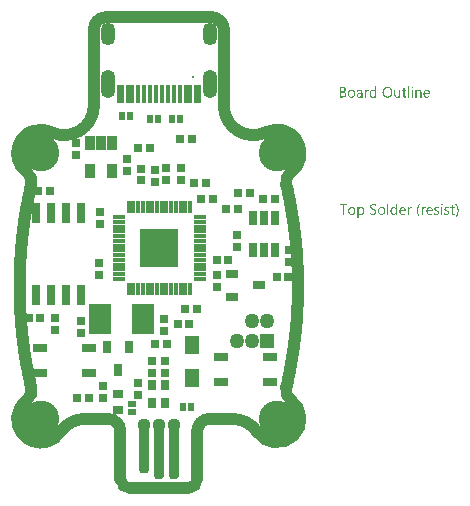
<source format=gts>
G04*
G04 #@! TF.GenerationSoftware,Altium Limited,Altium Designer,21.9.2 (33)*
G04*
G04 Layer_Color=8388736*
%FSAX25Y25*%
%MOIN*%
G70*
G04*
G04 #@! TF.SameCoordinates,9B662772-510A-46F8-AEF7-6368D3D20965*
G04*
G04*
G04 #@! TF.FilePolarity,Negative*
G04*
G01*
G75*
%ADD16C,0.03937*%
%ADD36R,0.03847X0.01189*%
%ADD37R,0.01189X0.03847*%
%ADD38R,0.13000X0.13000*%
%ADD39R,0.02559X0.02756*%
%ADD40R,0.01968X0.03150*%
%ADD41R,0.01575X0.06102*%
%ADD42R,0.02953X0.04134*%
%ADD43R,0.02953X0.06890*%
%ADD44R,0.03347X0.04528*%
%ADD45R,0.02756X0.02559*%
%ADD46R,0.02559X0.02756*%
%ADD47R,0.02756X0.02559*%
G04:AMPARAMS|DCode=48|XSize=35.43mil|YSize=169.29mil|CornerRadius=13.82mil|HoleSize=0mil|Usage=FLASHONLY|Rotation=180.000|XOffset=0mil|YOffset=0mil|HoleType=Round|Shape=RoundedRectangle|*
%AMROUNDEDRECTD48*
21,1,0.03543,0.14165,0,0,180.0*
21,1,0.00780,0.16929,0,0,180.0*
1,1,0.02764,-0.00390,0.07083*
1,1,0.02764,0.00390,0.07083*
1,1,0.02764,0.00390,-0.07083*
1,1,0.02764,-0.00390,-0.07083*
%
%ADD48ROUNDEDRECTD48*%
G04:AMPARAMS|DCode=49|XSize=35.43mil|YSize=188.98mil|CornerRadius=13.82mil|HoleSize=0mil|Usage=FLASHONLY|Rotation=180.000|XOffset=0mil|YOffset=0mil|HoleType=Round|Shape=RoundedRectangle|*
%AMROUNDEDRECTD49*
21,1,0.03543,0.16134,0,0,180.0*
21,1,0.00780,0.18898,0,0,180.0*
1,1,0.02764,-0.00390,0.08067*
1,1,0.02764,0.00390,0.08067*
1,1,0.02764,0.00390,-0.08067*
1,1,0.02764,-0.00390,-0.08067*
%
%ADD49ROUNDEDRECTD49*%
%ADD50R,0.03740X0.02953*%
%ADD51R,0.04724X0.03150*%
%ADD52R,0.04921X0.05906*%
%ADD53R,0.04134X0.02953*%
%ADD54R,0.02953X0.03543*%
%ADD55R,0.03150X0.01968*%
%ADD56R,0.02953X0.04528*%
%ADD57R,0.07284X0.10039*%
G04:AMPARAMS|DCode=58|XSize=49.21mil|YSize=72.84mil|CornerRadius=22.44mil|HoleSize=0mil|Usage=FLASHONLY|Rotation=180.000|XOffset=0mil|YOffset=0mil|HoleType=Round|Shape=RoundedRectangle|*
%AMROUNDEDRECTD58*
21,1,0.04921,0.02795,0,0,180.0*
21,1,0.00433,0.07284,0,0,180.0*
1,1,0.04488,-0.00217,0.01398*
1,1,0.04488,0.00217,0.01398*
1,1,0.04488,0.00217,-0.01398*
1,1,0.04488,-0.00217,-0.01398*
%
%ADD58ROUNDEDRECTD58*%
G04:AMPARAMS|DCode=59|XSize=49.21mil|YSize=92.52mil|CornerRadius=22.44mil|HoleSize=0mil|Usage=FLASHONLY|Rotation=180.000|XOffset=0mil|YOffset=0mil|HoleType=Round|Shape=RoundedRectangle|*
%AMROUNDEDRECTD59*
21,1,0.04921,0.04764,0,0,180.0*
21,1,0.00433,0.09252,0,0,180.0*
1,1,0.04488,-0.00217,0.02382*
1,1,0.04488,0.00217,0.02382*
1,1,0.04488,0.00217,-0.02382*
1,1,0.04488,-0.00217,-0.02382*
%
%ADD59ROUNDEDRECTD59*%
G04:AMPARAMS|DCode=60|XSize=5.91mil|YSize=5.91mil|CornerRadius=0mil|HoleSize=0mil|Usage=FLASHONLY|Rotation=180.000|XOffset=0mil|YOffset=0mil|HoleType=Round|Shape=RoundedRectangle|*
%AMROUNDEDRECTD60*
21,1,0.00591,0.00591,0,0,180.0*
21,1,0.00591,0.00591,0,0,180.0*
1,1,0.00000,-0.00295,0.00295*
1,1,0.00000,0.00295,0.00295*
1,1,0.00000,0.00295,-0.00295*
1,1,0.00000,-0.00295,-0.00295*
%
%ADD60ROUNDEDRECTD60*%
%ADD61C,0.00591*%
%ADD62C,0.12205*%
%ADD63C,0.04370*%
%ADD64C,0.04961*%
%ADD65R,0.04961X0.04961*%
G36*
X0084544Y0066515D02*
X0084569D01*
X0084624Y0066491D01*
X0084655Y0066472D01*
X0084686Y0066447D01*
X0084692Y0066441D01*
X0084698Y0066435D01*
X0084729Y0066398D01*
X0084754Y0066336D01*
X0084760Y0066299D01*
X0084767Y0066262D01*
Y0066255D01*
Y0066243D01*
X0084760Y0066224D01*
X0084754Y0066200D01*
X0084736Y0066138D01*
X0084711Y0066107D01*
X0084686Y0066076D01*
X0084680D01*
X0084674Y0066064D01*
X0084637Y0066039D01*
X0084581Y0066014D01*
X0084544Y0066008D01*
X0084507Y0066002D01*
X0084488D01*
X0084469Y0066008D01*
X0084445D01*
X0084383Y0066033D01*
X0084352Y0066045D01*
X0084321Y0066070D01*
Y0066076D01*
X0084308Y0066082D01*
X0084296Y0066101D01*
X0084284Y0066119D01*
X0084259Y0066181D01*
X0084253Y0066218D01*
X0084247Y0066262D01*
Y0066268D01*
Y0066280D01*
X0084253Y0066299D01*
X0084259Y0066330D01*
X0084277Y0066386D01*
X0084296Y0066416D01*
X0084321Y0066447D01*
X0084327Y0066453D01*
X0084333Y0066460D01*
X0084370Y0066484D01*
X0084432Y0066509D01*
X0084469Y0066522D01*
X0084525D01*
X0084544Y0066515D01*
D02*
G37*
G36*
X0072554Y0062851D02*
X0072151D01*
Y0063272D01*
X0072139D01*
Y0063266D01*
X0072127Y0063253D01*
X0072108Y0063229D01*
X0072089Y0063198D01*
X0072058Y0063161D01*
X0072021Y0063123D01*
X0071978Y0063080D01*
X0071929Y0063037D01*
X0071873Y0062987D01*
X0071805Y0062944D01*
X0071737Y0062907D01*
X0071656Y0062870D01*
X0071576Y0062839D01*
X0071483Y0062814D01*
X0071384Y0062801D01*
X0071279Y0062795D01*
X0071235D01*
X0071198Y0062801D01*
X0071161Y0062808D01*
X0071111Y0062814D01*
X0071006Y0062839D01*
X0070882Y0062876D01*
X0070759Y0062938D01*
X0070691Y0062975D01*
X0070635Y0063018D01*
X0070573Y0063074D01*
X0070517Y0063130D01*
Y0063136D01*
X0070505Y0063148D01*
X0070492Y0063167D01*
X0070474Y0063191D01*
X0070455Y0063222D01*
X0070430Y0063266D01*
X0070406Y0063315D01*
X0070381Y0063371D01*
X0070350Y0063433D01*
X0070325Y0063501D01*
X0070301Y0063575D01*
X0070282Y0063656D01*
X0070263Y0063742D01*
X0070251Y0063841D01*
X0070245Y0063940D01*
X0070239Y0064046D01*
Y0064052D01*
Y0064070D01*
Y0064108D01*
X0070245Y0064151D01*
X0070251Y0064200D01*
X0070257Y0064262D01*
X0070263Y0064330D01*
X0070276Y0064405D01*
X0070313Y0064566D01*
X0070369Y0064733D01*
X0070406Y0064813D01*
X0070449Y0064894D01*
X0070492Y0064968D01*
X0070548Y0065042D01*
X0070554Y0065048D01*
X0070560Y0065061D01*
X0070579Y0065079D01*
X0070604Y0065104D01*
X0070635Y0065129D01*
X0070678Y0065160D01*
X0070722Y0065197D01*
X0070771Y0065234D01*
X0070895Y0065302D01*
X0071037Y0065364D01*
X0071118Y0065383D01*
X0071204Y0065401D01*
X0071291Y0065414D01*
X0071390Y0065420D01*
X0071439D01*
X0071477Y0065414D01*
X0071514Y0065407D01*
X0071563Y0065401D01*
X0071675Y0065370D01*
X0071798Y0065321D01*
X0071860Y0065290D01*
X0071922Y0065246D01*
X0071984Y0065203D01*
X0072040Y0065148D01*
X0072089Y0065086D01*
X0072139Y0065011D01*
X0072151D01*
Y0066571D01*
X0072554D01*
Y0062851D01*
D02*
G37*
G36*
X0086822Y0065414D02*
X0086896Y0065407D01*
X0086989Y0065389D01*
X0087088Y0065358D01*
X0087193Y0065308D01*
X0087298Y0065240D01*
X0087342Y0065203D01*
X0087385Y0065154D01*
X0087397Y0065141D01*
X0087422Y0065104D01*
X0087453Y0065042D01*
X0087496Y0064956D01*
X0087533Y0064850D01*
X0087571Y0064720D01*
X0087595Y0064566D01*
X0087602Y0064386D01*
Y0062851D01*
X0087199D01*
Y0064281D01*
Y0064287D01*
Y0064318D01*
X0087193Y0064355D01*
Y0064405D01*
X0087181Y0064467D01*
X0087168Y0064535D01*
X0087150Y0064609D01*
X0087125Y0064683D01*
X0087094Y0064758D01*
X0087057Y0064826D01*
X0087007Y0064894D01*
X0086952Y0064956D01*
X0086890Y0065005D01*
X0086809Y0065042D01*
X0086723Y0065073D01*
X0086617Y0065079D01*
X0086605D01*
X0086568Y0065073D01*
X0086512Y0065067D01*
X0086444Y0065048D01*
X0086364Y0065024D01*
X0086277Y0064980D01*
X0086197Y0064925D01*
X0086116Y0064850D01*
X0086110Y0064838D01*
X0086085Y0064813D01*
X0086054Y0064764D01*
X0086017Y0064696D01*
X0085980Y0064615D01*
X0085949Y0064516D01*
X0085924Y0064405D01*
X0085918Y0064281D01*
Y0062851D01*
X0085515D01*
Y0065364D01*
X0085918D01*
Y0064943D01*
X0085930D01*
X0085936Y0064949D01*
X0085943Y0064962D01*
X0085961Y0064986D01*
X0085986Y0065017D01*
X0086011Y0065055D01*
X0086048Y0065092D01*
X0086091Y0065135D01*
X0086141Y0065185D01*
X0086197Y0065228D01*
X0086258Y0065271D01*
X0086326Y0065308D01*
X0086401Y0065346D01*
X0086475Y0065377D01*
X0086562Y0065401D01*
X0086655Y0065414D01*
X0086753Y0065420D01*
X0086791D01*
X0086822Y0065414D01*
D02*
G37*
G36*
X0069824Y0065401D02*
X0069898Y0065395D01*
X0069942Y0065383D01*
X0069972Y0065370D01*
Y0064956D01*
X0069966Y0064962D01*
X0069954Y0064968D01*
X0069929Y0064980D01*
X0069898Y0064999D01*
X0069855Y0065011D01*
X0069799Y0065024D01*
X0069737Y0065030D01*
X0069669Y0065036D01*
X0069657D01*
X0069626Y0065030D01*
X0069576Y0065024D01*
X0069521Y0065005D01*
X0069446Y0064974D01*
X0069378Y0064931D01*
X0069304Y0064869D01*
X0069236Y0064788D01*
X0069230Y0064776D01*
X0069211Y0064745D01*
X0069180Y0064689D01*
X0069149Y0064615D01*
X0069118Y0064522D01*
X0069087Y0064405D01*
X0069069Y0064275D01*
X0069063Y0064126D01*
Y0062851D01*
X0068660D01*
Y0065364D01*
X0069063D01*
Y0064844D01*
X0069075D01*
Y0064850D01*
X0069081Y0064856D01*
X0069094Y0064887D01*
X0069112Y0064937D01*
X0069143Y0064999D01*
X0069174Y0065061D01*
X0069223Y0065129D01*
X0069273Y0065197D01*
X0069335Y0065259D01*
X0069341Y0065265D01*
X0069366Y0065284D01*
X0069403Y0065308D01*
X0069453Y0065333D01*
X0069508Y0065358D01*
X0069576Y0065383D01*
X0069651Y0065401D01*
X0069731Y0065407D01*
X0069787D01*
X0069824Y0065401D01*
D02*
G37*
G36*
X0080563Y0062851D02*
X0080161D01*
Y0063247D01*
X0080149D01*
Y0063241D01*
X0080136Y0063229D01*
X0080124Y0063204D01*
X0080099Y0063179D01*
X0080044Y0063105D01*
X0079957Y0063024D01*
X0079907Y0062981D01*
X0079852Y0062938D01*
X0079790Y0062901D01*
X0079716Y0062863D01*
X0079641Y0062839D01*
X0079561Y0062814D01*
X0079468Y0062801D01*
X0079375Y0062795D01*
X0079338D01*
X0079295Y0062801D01*
X0079233Y0062814D01*
X0079165Y0062826D01*
X0079090Y0062851D01*
X0079010Y0062882D01*
X0078929Y0062931D01*
X0078843Y0062987D01*
X0078762Y0063055D01*
X0078688Y0063142D01*
X0078620Y0063247D01*
X0078558Y0063365D01*
X0078515Y0063507D01*
X0078490Y0063674D01*
X0078478Y0063761D01*
Y0063860D01*
Y0065364D01*
X0078874D01*
Y0063922D01*
Y0063916D01*
Y0063891D01*
X0078880Y0063848D01*
X0078886Y0063798D01*
X0078892Y0063736D01*
X0078905Y0063674D01*
X0078923Y0063600D01*
X0078948Y0063526D01*
X0078985Y0063451D01*
X0079022Y0063383D01*
X0079072Y0063315D01*
X0079134Y0063253D01*
X0079202Y0063204D01*
X0079282Y0063167D01*
X0079381Y0063136D01*
X0079487Y0063130D01*
X0079499D01*
X0079536Y0063136D01*
X0079592Y0063142D01*
X0079654Y0063154D01*
X0079734Y0063185D01*
X0079815Y0063222D01*
X0079895Y0063272D01*
X0079969Y0063346D01*
X0079975Y0063359D01*
X0080000Y0063383D01*
X0080031Y0063433D01*
X0080068Y0063501D01*
X0080099Y0063581D01*
X0080130Y0063680D01*
X0080155Y0063792D01*
X0080161Y0063916D01*
Y0065364D01*
X0080563D01*
Y0062851D01*
D02*
G37*
G36*
X0084698D02*
X0084296D01*
Y0065364D01*
X0084698D01*
Y0062851D01*
D02*
G37*
G36*
X0083479D02*
X0083077D01*
Y0066571D01*
X0083479D01*
Y0062851D01*
D02*
G37*
G36*
X0067100Y0065414D02*
X0067156Y0065407D01*
X0067224Y0065389D01*
X0067298Y0065370D01*
X0067379Y0065339D01*
X0067466Y0065302D01*
X0067546Y0065253D01*
X0067626Y0065191D01*
X0067701Y0065117D01*
X0067769Y0065024D01*
X0067825Y0064918D01*
X0067868Y0064795D01*
X0067893Y0064652D01*
X0067905Y0064485D01*
Y0062851D01*
X0067503D01*
Y0063241D01*
X0067490D01*
Y0063235D01*
X0067478Y0063222D01*
X0067466Y0063198D01*
X0067441Y0063173D01*
X0067379Y0063099D01*
X0067298Y0063018D01*
X0067187Y0062938D01*
X0067057Y0062863D01*
X0066976Y0062839D01*
X0066896Y0062814D01*
X0066809Y0062801D01*
X0066716Y0062795D01*
X0066679D01*
X0066655Y0062801D01*
X0066587Y0062808D01*
X0066506Y0062820D01*
X0066407Y0062845D01*
X0066314Y0062876D01*
X0066215Y0062925D01*
X0066128Y0062987D01*
X0066122Y0062999D01*
X0066097Y0063024D01*
X0066060Y0063068D01*
X0066023Y0063130D01*
X0065986Y0063204D01*
X0065949Y0063291D01*
X0065924Y0063396D01*
X0065918Y0063513D01*
Y0063520D01*
Y0063544D01*
X0065924Y0063581D01*
X0065930Y0063625D01*
X0065943Y0063680D01*
X0065961Y0063742D01*
X0065986Y0063810D01*
X0066023Y0063879D01*
X0066067Y0063953D01*
X0066122Y0064027D01*
X0066190Y0064095D01*
X0066271Y0064157D01*
X0066364Y0064219D01*
X0066475Y0064268D01*
X0066599Y0064306D01*
X0066747Y0064337D01*
X0067503Y0064442D01*
Y0064448D01*
Y0064467D01*
X0067497Y0064504D01*
Y0064541D01*
X0067484Y0064590D01*
X0067478Y0064646D01*
X0067441Y0064764D01*
X0067410Y0064819D01*
X0067379Y0064875D01*
X0067335Y0064931D01*
X0067286Y0064980D01*
X0067224Y0065024D01*
X0067156Y0065055D01*
X0067076Y0065073D01*
X0066983Y0065079D01*
X0066939D01*
X0066908Y0065073D01*
X0066865D01*
X0066822Y0065061D01*
X0066710Y0065042D01*
X0066587Y0065005D01*
X0066450Y0064949D01*
X0066376Y0064912D01*
X0066308Y0064875D01*
X0066234Y0064826D01*
X0066166Y0064770D01*
Y0065185D01*
X0066172D01*
X0066184Y0065197D01*
X0066203Y0065209D01*
X0066234Y0065222D01*
X0066265Y0065240D01*
X0066308Y0065259D01*
X0066357Y0065277D01*
X0066413Y0065302D01*
X0066537Y0065346D01*
X0066686Y0065383D01*
X0066847Y0065407D01*
X0067020Y0065420D01*
X0067057D01*
X0067100Y0065414D01*
D02*
G37*
G36*
X0061412Y0066361D02*
X0061455D01*
X0061498Y0066355D01*
X0061597Y0066342D01*
X0061715Y0066311D01*
X0061839Y0066274D01*
X0061956Y0066218D01*
X0062062Y0066144D01*
X0062068D01*
X0062074Y0066132D01*
X0062105Y0066107D01*
X0062148Y0066057D01*
X0062198Y0065989D01*
X0062241Y0065903D01*
X0062284Y0065804D01*
X0062315Y0065692D01*
X0062328Y0065630D01*
Y0065562D01*
Y0065556D01*
Y0065550D01*
Y0065513D01*
X0062322Y0065457D01*
X0062309Y0065389D01*
X0062291Y0065302D01*
X0062260Y0065215D01*
X0062223Y0065129D01*
X0062167Y0065042D01*
X0062161Y0065030D01*
X0062136Y0065005D01*
X0062099Y0064968D01*
X0062049Y0064918D01*
X0061987Y0064869D01*
X0061913Y0064813D01*
X0061820Y0064770D01*
X0061721Y0064727D01*
Y0064720D01*
X0061740D01*
X0061758Y0064714D01*
X0061777Y0064708D01*
X0061845Y0064696D01*
X0061926Y0064671D01*
X0062012Y0064634D01*
X0062105Y0064590D01*
X0062198Y0064529D01*
X0062284Y0064448D01*
X0062297Y0064436D01*
X0062322Y0064405D01*
X0062353Y0064361D01*
X0062396Y0064293D01*
X0062433Y0064207D01*
X0062470Y0064108D01*
X0062495Y0063990D01*
X0062501Y0063860D01*
Y0063854D01*
Y0063841D01*
Y0063817D01*
X0062495Y0063786D01*
X0062489Y0063749D01*
X0062483Y0063705D01*
X0062458Y0063600D01*
X0062421Y0063482D01*
X0062365Y0063359D01*
X0062328Y0063303D01*
X0062284Y0063241D01*
X0062229Y0063185D01*
X0062173Y0063130D01*
X0062167D01*
X0062161Y0063117D01*
X0062142Y0063105D01*
X0062117Y0063086D01*
X0062086Y0063068D01*
X0062043Y0063043D01*
X0061950Y0062993D01*
X0061833Y0062938D01*
X0061696Y0062894D01*
X0061536Y0062863D01*
X0061455Y0062857D01*
X0061362Y0062851D01*
X0060335D01*
Y0066367D01*
X0061381D01*
X0061412Y0066361D01*
D02*
G37*
G36*
X0081907Y0065364D02*
X0082544D01*
Y0065017D01*
X0081907D01*
Y0063600D01*
Y0063588D01*
Y0063557D01*
X0081913Y0063513D01*
X0081919Y0063458D01*
X0081944Y0063340D01*
X0081963Y0063284D01*
X0081993Y0063241D01*
X0082000Y0063235D01*
X0082012Y0063222D01*
X0082031Y0063210D01*
X0082061Y0063191D01*
X0082099Y0063167D01*
X0082148Y0063154D01*
X0082210Y0063142D01*
X0082278Y0063136D01*
X0082303D01*
X0082334Y0063142D01*
X0082371Y0063148D01*
X0082458Y0063173D01*
X0082501Y0063191D01*
X0082544Y0063216D01*
Y0062870D01*
X0082538D01*
X0082520Y0062857D01*
X0082489Y0062851D01*
X0082445Y0062839D01*
X0082390Y0062826D01*
X0082328Y0062814D01*
X0082253Y0062808D01*
X0082167Y0062801D01*
X0082136D01*
X0082105Y0062808D01*
X0082061Y0062814D01*
X0082012Y0062826D01*
X0081956Y0062839D01*
X0081901Y0062863D01*
X0081839Y0062894D01*
X0081777Y0062931D01*
X0081715Y0062981D01*
X0081659Y0063037D01*
X0081610Y0063111D01*
X0081566Y0063191D01*
X0081535Y0063291D01*
X0081511Y0063402D01*
X0081504Y0063532D01*
Y0065017D01*
X0081077D01*
Y0065364D01*
X0081504D01*
Y0065977D01*
X0081907Y0066107D01*
Y0065364D01*
D02*
G37*
G36*
X0089434Y0065414D02*
X0089477Y0065407D01*
X0089521Y0065401D01*
X0089632Y0065383D01*
X0089756Y0065339D01*
X0089880Y0065284D01*
X0089941Y0065246D01*
X0090003Y0065203D01*
X0090059Y0065154D01*
X0090115Y0065098D01*
X0090121Y0065092D01*
X0090127Y0065086D01*
X0090140Y0065067D01*
X0090158Y0065042D01*
X0090177Y0065005D01*
X0090201Y0064968D01*
X0090226Y0064925D01*
X0090251Y0064869D01*
X0090276Y0064807D01*
X0090300Y0064745D01*
X0090325Y0064671D01*
X0090344Y0064590D01*
X0090362Y0064504D01*
X0090375Y0064417D01*
X0090387Y0064318D01*
Y0064213D01*
Y0064002D01*
X0088611D01*
Y0063996D01*
Y0063984D01*
Y0063965D01*
X0088617Y0063934D01*
X0088623Y0063897D01*
Y0063860D01*
X0088642Y0063761D01*
X0088673Y0063662D01*
X0088710Y0063550D01*
X0088765Y0063445D01*
X0088833Y0063352D01*
X0088846Y0063340D01*
X0088871Y0063315D01*
X0088920Y0063284D01*
X0088988Y0063241D01*
X0089075Y0063198D01*
X0089174Y0063167D01*
X0089291Y0063142D01*
X0089428Y0063130D01*
X0089471D01*
X0089502Y0063136D01*
X0089539D01*
X0089582Y0063142D01*
X0089688Y0063167D01*
X0089805Y0063198D01*
X0089935Y0063247D01*
X0090071Y0063315D01*
X0090140Y0063359D01*
X0090208Y0063408D01*
Y0063030D01*
X0090201D01*
X0090195Y0063018D01*
X0090177Y0063012D01*
X0090146Y0062993D01*
X0090115Y0062975D01*
X0090078Y0062956D01*
X0090028Y0062938D01*
X0089978Y0062913D01*
X0089917Y0062888D01*
X0089849Y0062870D01*
X0089700Y0062832D01*
X0089527Y0062808D01*
X0089335Y0062795D01*
X0089285D01*
X0089248Y0062801D01*
X0089205Y0062808D01*
X0089149Y0062814D01*
X0089031Y0062839D01*
X0088895Y0062876D01*
X0088759Y0062938D01*
X0088691Y0062981D01*
X0088623Y0063024D01*
X0088561Y0063074D01*
X0088499Y0063136D01*
X0088493Y0063142D01*
X0088487Y0063154D01*
X0088474Y0063173D01*
X0088450Y0063198D01*
X0088431Y0063235D01*
X0088406Y0063278D01*
X0088375Y0063328D01*
X0088351Y0063383D01*
X0088320Y0063445D01*
X0088295Y0063520D01*
X0088264Y0063600D01*
X0088245Y0063687D01*
X0088227Y0063779D01*
X0088208Y0063879D01*
X0088202Y0063984D01*
X0088196Y0064095D01*
Y0064101D01*
Y0064120D01*
Y0064151D01*
X0088202Y0064194D01*
X0088208Y0064244D01*
X0088214Y0064299D01*
X0088221Y0064368D01*
X0088239Y0064436D01*
X0088276Y0064584D01*
X0088332Y0064745D01*
X0088369Y0064826D01*
X0088419Y0064900D01*
X0088468Y0064980D01*
X0088524Y0065048D01*
X0088530Y0065055D01*
X0088542Y0065067D01*
X0088561Y0065086D01*
X0088586Y0065104D01*
X0088617Y0065135D01*
X0088654Y0065166D01*
X0088703Y0065197D01*
X0088753Y0065234D01*
X0088871Y0065302D01*
X0089013Y0065364D01*
X0089093Y0065383D01*
X0089174Y0065401D01*
X0089261Y0065414D01*
X0089353Y0065420D01*
X0089403D01*
X0089434Y0065414D01*
D02*
G37*
G36*
X0076392Y0066423D02*
X0076453Y0066416D01*
X0076528Y0066404D01*
X0076608Y0066386D01*
X0076695Y0066367D01*
X0076781Y0066342D01*
X0076881Y0066311D01*
X0076973Y0066268D01*
X0077072Y0066218D01*
X0077171Y0066163D01*
X0077264Y0066094D01*
X0077357Y0066020D01*
X0077444Y0065934D01*
X0077450Y0065927D01*
X0077462Y0065909D01*
X0077487Y0065884D01*
X0077512Y0065847D01*
X0077549Y0065797D01*
X0077586Y0065736D01*
X0077623Y0065667D01*
X0077667Y0065593D01*
X0077710Y0065500D01*
X0077747Y0065407D01*
X0077784Y0065302D01*
X0077821Y0065185D01*
X0077846Y0065067D01*
X0077871Y0064937D01*
X0077883Y0064795D01*
X0077890Y0064652D01*
Y0064640D01*
Y0064615D01*
Y0064572D01*
X0077883Y0064510D01*
X0077877Y0064436D01*
X0077865Y0064355D01*
X0077852Y0064262D01*
X0077834Y0064157D01*
X0077809Y0064052D01*
X0077778Y0063940D01*
X0077741Y0063829D01*
X0077698Y0063718D01*
X0077642Y0063600D01*
X0077580Y0063495D01*
X0077512Y0063389D01*
X0077431Y0063291D01*
X0077425Y0063284D01*
X0077413Y0063272D01*
X0077382Y0063247D01*
X0077351Y0063216D01*
X0077301Y0063173D01*
X0077246Y0063136D01*
X0077184Y0063086D01*
X0077109Y0063043D01*
X0077029Y0062999D01*
X0076936Y0062950D01*
X0076837Y0062913D01*
X0076726Y0062876D01*
X0076608Y0062839D01*
X0076484Y0062814D01*
X0076354Y0062801D01*
X0076212Y0062795D01*
X0076181D01*
X0076138Y0062801D01*
X0076088D01*
X0076026Y0062808D01*
X0075952Y0062820D01*
X0075871Y0062839D01*
X0075779Y0062857D01*
X0075686Y0062882D01*
X0075587Y0062913D01*
X0075488Y0062956D01*
X0075389Y0062999D01*
X0075290Y0063055D01*
X0075191Y0063123D01*
X0075098Y0063198D01*
X0075011Y0063284D01*
X0075005Y0063291D01*
X0074993Y0063309D01*
X0074968Y0063334D01*
X0074943Y0063371D01*
X0074906Y0063420D01*
X0074869Y0063482D01*
X0074832Y0063550D01*
X0074788Y0063631D01*
X0074745Y0063718D01*
X0074708Y0063810D01*
X0074671Y0063916D01*
X0074634Y0064033D01*
X0074609Y0064151D01*
X0074584Y0064281D01*
X0074572Y0064423D01*
X0074565Y0064566D01*
Y0064578D01*
Y0064603D01*
X0074572Y0064646D01*
Y0064708D01*
X0074578Y0064776D01*
X0074590Y0064863D01*
X0074603Y0064956D01*
X0074621Y0065055D01*
X0074646Y0065160D01*
X0074677Y0065271D01*
X0074714Y0065383D01*
X0074757Y0065494D01*
X0074813Y0065605D01*
X0074875Y0065717D01*
X0074943Y0065822D01*
X0075024Y0065921D01*
X0075030Y0065927D01*
X0075042Y0065946D01*
X0075073Y0065971D01*
X0075110Y0066002D01*
X0075153Y0066039D01*
X0075209Y0066082D01*
X0075277Y0066126D01*
X0075352Y0066175D01*
X0075438Y0066224D01*
X0075531Y0066268D01*
X0075630Y0066311D01*
X0075741Y0066348D01*
X0075865Y0066379D01*
X0075995Y0066410D01*
X0076131Y0066423D01*
X0076274Y0066429D01*
X0076342D01*
X0076392Y0066423D01*
D02*
G37*
G36*
X0064364Y0065414D02*
X0064408Y0065407D01*
X0064463Y0065401D01*
X0064587Y0065377D01*
X0064729Y0065333D01*
X0064872Y0065271D01*
X0064946Y0065234D01*
X0065014Y0065191D01*
X0065082Y0065135D01*
X0065144Y0065073D01*
X0065150Y0065067D01*
X0065157Y0065055D01*
X0065175Y0065036D01*
X0065194Y0065011D01*
X0065219Y0064974D01*
X0065243Y0064931D01*
X0065274Y0064881D01*
X0065305Y0064826D01*
X0065330Y0064758D01*
X0065361Y0064689D01*
X0065386Y0064609D01*
X0065410Y0064522D01*
X0065429Y0064429D01*
X0065448Y0064330D01*
X0065454Y0064225D01*
X0065460Y0064114D01*
Y0064108D01*
Y0064089D01*
Y0064058D01*
X0065454Y0064015D01*
X0065448Y0063965D01*
X0065441Y0063903D01*
X0065429Y0063841D01*
X0065417Y0063767D01*
X0065380Y0063618D01*
X0065318Y0063458D01*
X0065280Y0063377D01*
X0065231Y0063297D01*
X0065181Y0063222D01*
X0065119Y0063154D01*
X0065113Y0063148D01*
X0065101Y0063142D01*
X0065082Y0063123D01*
X0065058Y0063099D01*
X0065021Y0063074D01*
X0064983Y0063043D01*
X0064934Y0063006D01*
X0064878Y0062975D01*
X0064816Y0062944D01*
X0064748Y0062907D01*
X0064674Y0062876D01*
X0064593Y0062851D01*
X0064507Y0062826D01*
X0064414Y0062814D01*
X0064315Y0062801D01*
X0064210Y0062795D01*
X0064154D01*
X0064117Y0062801D01*
X0064073Y0062808D01*
X0064018Y0062814D01*
X0063956Y0062826D01*
X0063888Y0062839D01*
X0063745Y0062882D01*
X0063597Y0062944D01*
X0063522Y0062981D01*
X0063454Y0063030D01*
X0063386Y0063080D01*
X0063318Y0063142D01*
X0063312Y0063148D01*
X0063306Y0063161D01*
X0063287Y0063179D01*
X0063269Y0063204D01*
X0063244Y0063241D01*
X0063213Y0063284D01*
X0063182Y0063334D01*
X0063157Y0063389D01*
X0063126Y0063458D01*
X0063095Y0063526D01*
X0063064Y0063600D01*
X0063040Y0063687D01*
X0063003Y0063872D01*
X0062996Y0063971D01*
X0062990Y0064077D01*
Y0064083D01*
Y0064108D01*
Y0064139D01*
X0062996Y0064182D01*
X0063003Y0064231D01*
X0063009Y0064293D01*
X0063021Y0064361D01*
X0063033Y0064436D01*
X0063071Y0064597D01*
X0063133Y0064758D01*
X0063176Y0064838D01*
X0063219Y0064918D01*
X0063269Y0064993D01*
X0063331Y0065061D01*
X0063337Y0065067D01*
X0063349Y0065079D01*
X0063368Y0065092D01*
X0063393Y0065117D01*
X0063430Y0065141D01*
X0063473Y0065172D01*
X0063522Y0065209D01*
X0063578Y0065240D01*
X0063640Y0065271D01*
X0063714Y0065308D01*
X0063789Y0065339D01*
X0063875Y0065364D01*
X0063962Y0065389D01*
X0064061Y0065407D01*
X0064166Y0065414D01*
X0064271Y0065420D01*
X0064327D01*
X0064364Y0065414D01*
D02*
G37*
G36*
X0094361Y0027454D02*
X0094386D01*
X0094441Y0027429D01*
X0094472Y0027410D01*
X0094503Y0027386D01*
X0094510Y0027379D01*
X0094516Y0027373D01*
X0094547Y0027336D01*
X0094572Y0027274D01*
X0094578Y0027237D01*
X0094584Y0027200D01*
Y0027194D01*
Y0027181D01*
X0094578Y0027163D01*
X0094572Y0027138D01*
X0094553Y0027076D01*
X0094528Y0027045D01*
X0094503Y0027014D01*
X0094497D01*
X0094491Y0027002D01*
X0094454Y0026977D01*
X0094398Y0026952D01*
X0094361Y0026946D01*
X0094324Y0026940D01*
X0094305D01*
X0094287Y0026946D01*
X0094262D01*
X0094200Y0026971D01*
X0094169Y0026983D01*
X0094138Y0027008D01*
Y0027014D01*
X0094126Y0027020D01*
X0094113Y0027039D01*
X0094101Y0027057D01*
X0094076Y0027119D01*
X0094070Y0027156D01*
X0094064Y0027200D01*
Y0027206D01*
Y0027218D01*
X0094070Y0027237D01*
X0094076Y0027268D01*
X0094095Y0027324D01*
X0094113Y0027355D01*
X0094138Y0027386D01*
X0094144Y0027392D01*
X0094151Y0027398D01*
X0094188Y0027423D01*
X0094250Y0027447D01*
X0094287Y0027460D01*
X0094342D01*
X0094361Y0027454D01*
D02*
G37*
G36*
X0071792Y0027361D02*
X0071842D01*
X0071953Y0027348D01*
X0072077Y0027336D01*
X0072201Y0027311D01*
X0072319Y0027280D01*
X0072368Y0027262D01*
X0072417Y0027237D01*
Y0026773D01*
X0072411D01*
X0072405Y0026785D01*
X0072387Y0026791D01*
X0072362Y0026810D01*
X0072331Y0026822D01*
X0072294Y0026841D01*
X0072201Y0026884D01*
X0072089Y0026921D01*
X0071953Y0026958D01*
X0071792Y0026983D01*
X0071619Y0026989D01*
X0071570D01*
X0071532Y0026983D01*
X0071495D01*
X0071446Y0026977D01*
X0071347Y0026958D01*
X0071340D01*
X0071322Y0026952D01*
X0071297Y0026946D01*
X0071266Y0026940D01*
X0071192Y0026909D01*
X0071105Y0026872D01*
X0071099D01*
X0071087Y0026859D01*
X0071068Y0026847D01*
X0071043Y0026828D01*
X0070988Y0026773D01*
X0070932Y0026705D01*
Y0026698D01*
X0070920Y0026686D01*
X0070913Y0026667D01*
X0070901Y0026636D01*
X0070889Y0026599D01*
X0070882Y0026562D01*
X0070870Y0026463D01*
Y0026457D01*
Y0026438D01*
Y0026414D01*
X0070876Y0026383D01*
X0070889Y0026308D01*
X0070920Y0026228D01*
Y0026222D01*
X0070932Y0026209D01*
X0070938Y0026191D01*
X0070957Y0026166D01*
X0071006Y0026110D01*
X0071068Y0026048D01*
X0071074Y0026042D01*
X0071087Y0026036D01*
X0071105Y0026017D01*
X0071136Y0025999D01*
X0071173Y0025974D01*
X0071210Y0025949D01*
X0071310Y0025888D01*
X0071316Y0025881D01*
X0071334Y0025875D01*
X0071365Y0025857D01*
X0071402Y0025838D01*
X0071452Y0025813D01*
X0071508Y0025789D01*
X0071631Y0025727D01*
X0071638Y0025720D01*
X0071662Y0025708D01*
X0071700Y0025689D01*
X0071749Y0025665D01*
X0071805Y0025640D01*
X0071867Y0025603D01*
X0071990Y0025528D01*
X0071997Y0025522D01*
X0072021Y0025510D01*
X0072052Y0025491D01*
X0072096Y0025460D01*
X0072189Y0025386D01*
X0072287Y0025300D01*
X0072294Y0025293D01*
X0072312Y0025281D01*
X0072331Y0025250D01*
X0072362Y0025219D01*
X0072393Y0025176D01*
X0072430Y0025132D01*
X0072492Y0025021D01*
X0072498Y0025015D01*
X0072504Y0024996D01*
X0072517Y0024965D01*
X0072529Y0024922D01*
X0072541Y0024872D01*
X0072554Y0024811D01*
X0072566Y0024749D01*
Y0024674D01*
Y0024662D01*
Y0024631D01*
X0072560Y0024581D01*
X0072554Y0024520D01*
X0072541Y0024451D01*
X0072523Y0024377D01*
X0072498Y0024303D01*
X0072461Y0024235D01*
X0072455Y0024229D01*
X0072442Y0024204D01*
X0072417Y0024173D01*
X0072393Y0024130D01*
X0072349Y0024086D01*
X0072306Y0024037D01*
X0072250Y0023987D01*
X0072189Y0023938D01*
X0072182Y0023932D01*
X0072158Y0023919D01*
X0072120Y0023900D01*
X0072071Y0023876D01*
X0072015Y0023851D01*
X0071947Y0023826D01*
X0071867Y0023801D01*
X0071786Y0023783D01*
X0071774D01*
X0071749Y0023777D01*
X0071706Y0023771D01*
X0071644Y0023758D01*
X0071576Y0023752D01*
X0071495Y0023740D01*
X0071408Y0023733D01*
X0071260D01*
X0071192Y0023740D01*
X0071105Y0023746D01*
X0071087D01*
X0071062Y0023752D01*
X0071031Y0023758D01*
X0070951Y0023764D01*
X0070858Y0023783D01*
X0070851D01*
X0070833Y0023789D01*
X0070808Y0023795D01*
X0070777Y0023801D01*
X0070703Y0023820D01*
X0070616Y0023845D01*
X0070610D01*
X0070598Y0023851D01*
X0070579Y0023857D01*
X0070554Y0023870D01*
X0070492Y0023894D01*
X0070430Y0023932D01*
Y0024414D01*
X0070437Y0024408D01*
X0070449Y0024402D01*
X0070461Y0024389D01*
X0070486Y0024371D01*
X0070554Y0024328D01*
X0070635Y0024278D01*
X0070641D01*
X0070653Y0024272D01*
X0070678Y0024260D01*
X0070709Y0024247D01*
X0070789Y0024210D01*
X0070876Y0024179D01*
X0070882D01*
X0070901Y0024173D01*
X0070926Y0024167D01*
X0070957Y0024160D01*
X0071043Y0024136D01*
X0071136Y0024117D01*
X0071161D01*
X0071186Y0024111D01*
X0071217D01*
X0071291Y0024105D01*
X0071378Y0024099D01*
X0071439D01*
X0071508Y0024105D01*
X0071594Y0024117D01*
X0071687Y0024130D01*
X0071780Y0024154D01*
X0071867Y0024192D01*
X0071947Y0024235D01*
X0071953Y0024241D01*
X0071978Y0024260D01*
X0072009Y0024297D01*
X0072040Y0024340D01*
X0072077Y0024396D01*
X0072102Y0024470D01*
X0072127Y0024551D01*
X0072133Y0024643D01*
Y0024649D01*
Y0024668D01*
Y0024693D01*
X0072127Y0024730D01*
X0072108Y0024811D01*
X0072071Y0024891D01*
Y0024897D01*
X0072058Y0024909D01*
X0072046Y0024928D01*
X0072027Y0024953D01*
X0071972Y0025015D01*
X0071898Y0025083D01*
X0071891Y0025089D01*
X0071879Y0025101D01*
X0071854Y0025114D01*
X0071823Y0025139D01*
X0071786Y0025163D01*
X0071743Y0025194D01*
X0071638Y0025250D01*
X0071631Y0025256D01*
X0071613Y0025262D01*
X0071582Y0025281D01*
X0071539Y0025300D01*
X0071495Y0025330D01*
X0071439Y0025355D01*
X0071310Y0025423D01*
X0071303Y0025429D01*
X0071279Y0025442D01*
X0071241Y0025460D01*
X0071198Y0025479D01*
X0071149Y0025510D01*
X0071093Y0025541D01*
X0070969Y0025609D01*
X0070963Y0025615D01*
X0070944Y0025628D01*
X0070913Y0025646D01*
X0070876Y0025671D01*
X0070783Y0025739D01*
X0070691Y0025819D01*
X0070684Y0025826D01*
X0070672Y0025838D01*
X0070647Y0025863D01*
X0070622Y0025894D01*
X0070591Y0025937D01*
X0070560Y0025980D01*
X0070505Y0026079D01*
Y0026086D01*
X0070492Y0026104D01*
X0070486Y0026135D01*
X0070474Y0026179D01*
X0070461Y0026228D01*
X0070449Y0026290D01*
X0070443Y0026352D01*
X0070437Y0026426D01*
Y0026438D01*
Y0026469D01*
X0070443Y0026513D01*
X0070449Y0026568D01*
X0070461Y0026636D01*
X0070480Y0026705D01*
X0070505Y0026773D01*
X0070542Y0026841D01*
X0070548Y0026847D01*
X0070560Y0026872D01*
X0070585Y0026903D01*
X0070616Y0026946D01*
X0070653Y0026989D01*
X0070703Y0027039D01*
X0070759Y0027088D01*
X0070820Y0027132D01*
X0070827Y0027138D01*
X0070851Y0027150D01*
X0070889Y0027175D01*
X0070932Y0027200D01*
X0070994Y0027225D01*
X0071056Y0027255D01*
X0071130Y0027280D01*
X0071210Y0027305D01*
X0071223D01*
X0071248Y0027317D01*
X0071291Y0027324D01*
X0071353Y0027336D01*
X0071421Y0027348D01*
X0071495Y0027355D01*
X0071662Y0027367D01*
X0071749D01*
X0071792Y0027361D01*
D02*
G37*
G36*
X0079524Y0023789D02*
X0079121D01*
Y0024210D01*
X0079109D01*
Y0024204D01*
X0079097Y0024192D01*
X0079078Y0024167D01*
X0079059Y0024136D01*
X0079028Y0024099D01*
X0078991Y0024061D01*
X0078948Y0024018D01*
X0078898Y0023975D01*
X0078843Y0023925D01*
X0078775Y0023882D01*
X0078707Y0023845D01*
X0078626Y0023808D01*
X0078546Y0023777D01*
X0078453Y0023752D01*
X0078354Y0023740D01*
X0078249Y0023733D01*
X0078205D01*
X0078168Y0023740D01*
X0078131Y0023746D01*
X0078081Y0023752D01*
X0077976Y0023777D01*
X0077852Y0023814D01*
X0077728Y0023876D01*
X0077660Y0023913D01*
X0077605Y0023956D01*
X0077543Y0024012D01*
X0077487Y0024068D01*
Y0024074D01*
X0077475Y0024086D01*
X0077462Y0024105D01*
X0077444Y0024130D01*
X0077425Y0024160D01*
X0077400Y0024204D01*
X0077376Y0024253D01*
X0077351Y0024309D01*
X0077320Y0024371D01*
X0077295Y0024439D01*
X0077271Y0024513D01*
X0077252Y0024594D01*
X0077233Y0024680D01*
X0077221Y0024780D01*
X0077215Y0024879D01*
X0077209Y0024984D01*
Y0024990D01*
Y0025008D01*
Y0025046D01*
X0077215Y0025089D01*
X0077221Y0025139D01*
X0077227Y0025200D01*
X0077233Y0025269D01*
X0077246Y0025343D01*
X0077283Y0025504D01*
X0077339Y0025671D01*
X0077376Y0025751D01*
X0077419Y0025832D01*
X0077462Y0025906D01*
X0077518Y0025980D01*
X0077524Y0025987D01*
X0077530Y0025999D01*
X0077549Y0026017D01*
X0077574Y0026042D01*
X0077605Y0026067D01*
X0077648Y0026098D01*
X0077691Y0026135D01*
X0077741Y0026172D01*
X0077865Y0026240D01*
X0078007Y0026302D01*
X0078088Y0026321D01*
X0078174Y0026339D01*
X0078261Y0026352D01*
X0078360Y0026358D01*
X0078409D01*
X0078447Y0026352D01*
X0078484Y0026346D01*
X0078533Y0026339D01*
X0078645Y0026308D01*
X0078768Y0026259D01*
X0078830Y0026228D01*
X0078892Y0026185D01*
X0078954Y0026141D01*
X0079010Y0026086D01*
X0079059Y0026024D01*
X0079109Y0025949D01*
X0079121D01*
Y0027509D01*
X0079524D01*
Y0023789D01*
D02*
G37*
G36*
X0067577Y0026352D02*
X0067620Y0026346D01*
X0067664Y0026339D01*
X0067775Y0026315D01*
X0067899Y0026278D01*
X0068023Y0026216D01*
X0068085Y0026179D01*
X0068146Y0026129D01*
X0068202Y0026079D01*
X0068258Y0026017D01*
X0068264Y0026011D01*
X0068270Y0026005D01*
X0068283Y0025980D01*
X0068301Y0025956D01*
X0068320Y0025925D01*
X0068344Y0025881D01*
X0068369Y0025832D01*
X0068394Y0025782D01*
X0068419Y0025720D01*
X0068444Y0025652D01*
X0068468Y0025578D01*
X0068487Y0025498D01*
X0068518Y0025318D01*
X0068530Y0025219D01*
Y0025114D01*
Y0025108D01*
Y0025089D01*
Y0025052D01*
X0068524Y0025008D01*
Y0024959D01*
X0068512Y0024897D01*
X0068505Y0024829D01*
X0068493Y0024755D01*
X0068456Y0024594D01*
X0068400Y0024427D01*
X0068363Y0024346D01*
X0068326Y0024266D01*
X0068276Y0024185D01*
X0068221Y0024111D01*
X0068214Y0024105D01*
X0068208Y0024092D01*
X0068190Y0024074D01*
X0068165Y0024055D01*
X0068134Y0024024D01*
X0068097Y0023993D01*
X0068054Y0023956D01*
X0068004Y0023925D01*
X0067948Y0023888D01*
X0067886Y0023851D01*
X0067738Y0023795D01*
X0067657Y0023771D01*
X0067577Y0023752D01*
X0067484Y0023740D01*
X0067385Y0023733D01*
X0067335D01*
X0067305Y0023740D01*
X0067261Y0023746D01*
X0067218Y0023758D01*
X0067106Y0023783D01*
X0066989Y0023832D01*
X0066921Y0023870D01*
X0066859Y0023907D01*
X0066797Y0023956D01*
X0066741Y0024012D01*
X0066679Y0024074D01*
X0066630Y0024148D01*
X0066618D01*
Y0022638D01*
X0066215D01*
Y0026302D01*
X0066618D01*
Y0025857D01*
X0066630D01*
X0066636Y0025863D01*
X0066642Y0025881D01*
X0066661Y0025906D01*
X0066686Y0025937D01*
X0066716Y0025974D01*
X0066754Y0026017D01*
X0066797Y0026061D01*
X0066853Y0026110D01*
X0066908Y0026154D01*
X0066970Y0026197D01*
X0067045Y0026240D01*
X0067119Y0026278D01*
X0067206Y0026315D01*
X0067298Y0026339D01*
X0067391Y0026352D01*
X0067497Y0026358D01*
X0067546D01*
X0067577Y0026352D01*
D02*
G37*
G36*
X0096268D02*
X0096348Y0026346D01*
X0096435Y0026333D01*
X0096534Y0026308D01*
X0096633Y0026284D01*
X0096732Y0026247D01*
Y0025838D01*
X0096719Y0025844D01*
X0096682Y0025869D01*
X0096627Y0025894D01*
X0096552Y0025931D01*
X0096460Y0025962D01*
X0096348Y0025993D01*
X0096224Y0026011D01*
X0096094Y0026017D01*
X0096026D01*
X0095964Y0026005D01*
X0095890Y0025993D01*
X0095884D01*
X0095878Y0025987D01*
X0095841Y0025974D01*
X0095791Y0025949D01*
X0095735Y0025918D01*
X0095723Y0025912D01*
X0095698Y0025888D01*
X0095667Y0025850D01*
X0095636Y0025807D01*
X0095630Y0025795D01*
X0095618Y0025764D01*
X0095605Y0025720D01*
X0095599Y0025665D01*
Y0025659D01*
Y0025646D01*
Y0025628D01*
X0095605Y0025609D01*
X0095618Y0025553D01*
X0095636Y0025498D01*
X0095642Y0025485D01*
X0095661Y0025460D01*
X0095698Y0025423D01*
X0095741Y0025380D01*
X0095748D01*
X0095754Y0025374D01*
X0095791Y0025349D01*
X0095841Y0025318D01*
X0095909Y0025287D01*
X0095915D01*
X0095927Y0025281D01*
X0095946Y0025275D01*
X0095977Y0025262D01*
X0096045Y0025238D01*
X0096131Y0025200D01*
X0096138D01*
X0096162Y0025188D01*
X0096193Y0025176D01*
X0096230Y0025163D01*
X0096329Y0025120D01*
X0096429Y0025070D01*
X0096435D01*
X0096453Y0025058D01*
X0096478Y0025046D01*
X0096509Y0025027D01*
X0096583Y0024978D01*
X0096658Y0024916D01*
X0096664Y0024909D01*
X0096676Y0024903D01*
X0096688Y0024885D01*
X0096713Y0024860D01*
X0096757Y0024798D01*
X0096800Y0024718D01*
Y0024711D01*
X0096806Y0024699D01*
X0096819Y0024674D01*
X0096825Y0024643D01*
X0096837Y0024606D01*
X0096843Y0024563D01*
X0096849Y0024458D01*
Y0024451D01*
Y0024427D01*
X0096843Y0024389D01*
X0096837Y0024346D01*
X0096831Y0024297D01*
X0096812Y0024241D01*
X0096794Y0024192D01*
X0096763Y0024136D01*
X0096757Y0024130D01*
X0096750Y0024111D01*
X0096732Y0024086D01*
X0096707Y0024055D01*
X0096676Y0024018D01*
X0096639Y0023981D01*
X0096546Y0023907D01*
X0096540Y0023900D01*
X0096521Y0023894D01*
X0096497Y0023876D01*
X0096453Y0023857D01*
X0096410Y0023832D01*
X0096354Y0023814D01*
X0096298Y0023795D01*
X0096230Y0023777D01*
X0096224D01*
X0096200Y0023771D01*
X0096162Y0023764D01*
X0096119Y0023758D01*
X0096057Y0023746D01*
X0095995Y0023740D01*
X0095853Y0023733D01*
X0095791D01*
X0095717Y0023740D01*
X0095624Y0023752D01*
X0095519Y0023771D01*
X0095407Y0023795D01*
X0095296Y0023826D01*
X0095184Y0023876D01*
Y0024309D01*
X0095191D01*
X0095197Y0024297D01*
X0095215Y0024284D01*
X0095240Y0024272D01*
X0095308Y0024235D01*
X0095401Y0024192D01*
X0095506Y0024142D01*
X0095630Y0024105D01*
X0095766Y0024080D01*
X0095909Y0024068D01*
X0095958D01*
X0095989Y0024074D01*
X0096076Y0024086D01*
X0096175Y0024111D01*
X0096268Y0024154D01*
X0096311Y0024185D01*
X0096354Y0024216D01*
X0096385Y0024260D01*
X0096410Y0024303D01*
X0096429Y0024359D01*
X0096435Y0024420D01*
Y0024427D01*
Y0024439D01*
Y0024458D01*
X0096429Y0024476D01*
X0096416Y0024532D01*
X0096391Y0024588D01*
Y0024594D01*
X0096385Y0024600D01*
X0096360Y0024631D01*
X0096323Y0024674D01*
X0096268Y0024711D01*
X0096261D01*
X0096255Y0024724D01*
X0096218Y0024742D01*
X0096162Y0024780D01*
X0096088Y0024811D01*
X0096082D01*
X0096070Y0024817D01*
X0096051Y0024829D01*
X0096020Y0024841D01*
X0095952Y0024866D01*
X0095865Y0024903D01*
X0095859D01*
X0095834Y0024916D01*
X0095803Y0024928D01*
X0095766Y0024940D01*
X0095667Y0024984D01*
X0095568Y0025033D01*
X0095562Y0025039D01*
X0095549Y0025046D01*
X0095525Y0025058D01*
X0095494Y0025077D01*
X0095426Y0025126D01*
X0095358Y0025182D01*
X0095351Y0025188D01*
X0095345Y0025194D01*
X0095327Y0025213D01*
X0095308Y0025238D01*
X0095265Y0025300D01*
X0095228Y0025374D01*
Y0025380D01*
X0095222Y0025392D01*
X0095215Y0025417D01*
X0095209Y0025448D01*
X0095203Y0025485D01*
X0095197Y0025528D01*
X0095191Y0025634D01*
Y0025640D01*
Y0025665D01*
X0095197Y0025696D01*
X0095203Y0025739D01*
X0095209Y0025789D01*
X0095228Y0025838D01*
X0095246Y0025894D01*
X0095271Y0025943D01*
X0095277Y0025949D01*
X0095283Y0025968D01*
X0095302Y0025993D01*
X0095327Y0026024D01*
X0095395Y0026098D01*
X0095481Y0026172D01*
X0095488Y0026179D01*
X0095506Y0026185D01*
X0095531Y0026203D01*
X0095574Y0026222D01*
X0095618Y0026247D01*
X0095667Y0026271D01*
X0095791Y0026308D01*
X0095797D01*
X0095822Y0026315D01*
X0095853Y0026327D01*
X0095902Y0026333D01*
X0095952Y0026346D01*
X0096014Y0026352D01*
X0096150Y0026358D01*
X0096206D01*
X0096268Y0026352D01*
D02*
G37*
G36*
X0092913D02*
X0092993Y0026346D01*
X0093080Y0026333D01*
X0093179Y0026308D01*
X0093278Y0026284D01*
X0093377Y0026247D01*
Y0025838D01*
X0093365Y0025844D01*
X0093327Y0025869D01*
X0093272Y0025894D01*
X0093197Y0025931D01*
X0093104Y0025962D01*
X0092993Y0025993D01*
X0092869Y0026011D01*
X0092739Y0026017D01*
X0092671D01*
X0092609Y0026005D01*
X0092535Y0025993D01*
X0092529D01*
X0092523Y0025987D01*
X0092485Y0025974D01*
X0092436Y0025949D01*
X0092380Y0025918D01*
X0092368Y0025912D01*
X0092343Y0025888D01*
X0092312Y0025850D01*
X0092281Y0025807D01*
X0092275Y0025795D01*
X0092263Y0025764D01*
X0092250Y0025720D01*
X0092244Y0025665D01*
Y0025659D01*
Y0025646D01*
Y0025628D01*
X0092250Y0025609D01*
X0092263Y0025553D01*
X0092281Y0025498D01*
X0092287Y0025485D01*
X0092306Y0025460D01*
X0092343Y0025423D01*
X0092387Y0025380D01*
X0092393D01*
X0092399Y0025374D01*
X0092436Y0025349D01*
X0092485Y0025318D01*
X0092554Y0025287D01*
X0092560D01*
X0092572Y0025281D01*
X0092591Y0025275D01*
X0092622Y0025262D01*
X0092690Y0025238D01*
X0092776Y0025200D01*
X0092783D01*
X0092807Y0025188D01*
X0092838Y0025176D01*
X0092875Y0025163D01*
X0092975Y0025120D01*
X0093073Y0025070D01*
X0093080D01*
X0093098Y0025058D01*
X0093123Y0025046D01*
X0093154Y0025027D01*
X0093228Y0024978D01*
X0093303Y0024916D01*
X0093309Y0024909D01*
X0093321Y0024903D01*
X0093334Y0024885D01*
X0093358Y0024860D01*
X0093402Y0024798D01*
X0093445Y0024718D01*
Y0024711D01*
X0093451Y0024699D01*
X0093463Y0024674D01*
X0093470Y0024643D01*
X0093482Y0024606D01*
X0093488Y0024563D01*
X0093494Y0024458D01*
Y0024451D01*
Y0024427D01*
X0093488Y0024389D01*
X0093482Y0024346D01*
X0093476Y0024297D01*
X0093457Y0024241D01*
X0093439Y0024192D01*
X0093408Y0024136D01*
X0093402Y0024130D01*
X0093395Y0024111D01*
X0093377Y0024086D01*
X0093352Y0024055D01*
X0093321Y0024018D01*
X0093284Y0023981D01*
X0093191Y0023907D01*
X0093185Y0023900D01*
X0093166Y0023894D01*
X0093142Y0023876D01*
X0093098Y0023857D01*
X0093055Y0023832D01*
X0092999Y0023814D01*
X0092944Y0023795D01*
X0092875Y0023777D01*
X0092869D01*
X0092844Y0023771D01*
X0092807Y0023764D01*
X0092764Y0023758D01*
X0092702Y0023746D01*
X0092640Y0023740D01*
X0092498Y0023733D01*
X0092436D01*
X0092362Y0023740D01*
X0092269Y0023752D01*
X0092164Y0023771D01*
X0092052Y0023795D01*
X0091941Y0023826D01*
X0091829Y0023876D01*
Y0024309D01*
X0091835D01*
X0091842Y0024297D01*
X0091860Y0024284D01*
X0091885Y0024272D01*
X0091953Y0024235D01*
X0092046Y0024192D01*
X0092151Y0024142D01*
X0092275Y0024105D01*
X0092411Y0024080D01*
X0092554Y0024068D01*
X0092603D01*
X0092634Y0024074D01*
X0092721Y0024086D01*
X0092820Y0024111D01*
X0092913Y0024154D01*
X0092956Y0024185D01*
X0092999Y0024216D01*
X0093030Y0024260D01*
X0093055Y0024303D01*
X0093073Y0024359D01*
X0093080Y0024420D01*
Y0024427D01*
Y0024439D01*
Y0024458D01*
X0093073Y0024476D01*
X0093061Y0024532D01*
X0093036Y0024588D01*
Y0024594D01*
X0093030Y0024600D01*
X0093005Y0024631D01*
X0092968Y0024674D01*
X0092913Y0024711D01*
X0092906D01*
X0092900Y0024724D01*
X0092863Y0024742D01*
X0092807Y0024780D01*
X0092733Y0024811D01*
X0092727D01*
X0092715Y0024817D01*
X0092696Y0024829D01*
X0092665Y0024841D01*
X0092597Y0024866D01*
X0092510Y0024903D01*
X0092504D01*
X0092479Y0024916D01*
X0092448Y0024928D01*
X0092411Y0024940D01*
X0092312Y0024984D01*
X0092213Y0025033D01*
X0092207Y0025039D01*
X0092195Y0025046D01*
X0092170Y0025058D01*
X0092139Y0025077D01*
X0092071Y0025126D01*
X0092003Y0025182D01*
X0091997Y0025188D01*
X0091990Y0025194D01*
X0091972Y0025213D01*
X0091953Y0025238D01*
X0091910Y0025300D01*
X0091873Y0025374D01*
Y0025380D01*
X0091866Y0025392D01*
X0091860Y0025417D01*
X0091854Y0025448D01*
X0091848Y0025485D01*
X0091842Y0025528D01*
X0091835Y0025634D01*
Y0025640D01*
Y0025665D01*
X0091842Y0025696D01*
X0091848Y0025739D01*
X0091854Y0025789D01*
X0091873Y0025838D01*
X0091891Y0025894D01*
X0091916Y0025943D01*
X0091922Y0025949D01*
X0091928Y0025968D01*
X0091947Y0025993D01*
X0091972Y0026024D01*
X0092040Y0026098D01*
X0092127Y0026172D01*
X0092133Y0026179D01*
X0092151Y0026185D01*
X0092176Y0026203D01*
X0092219Y0026222D01*
X0092263Y0026247D01*
X0092312Y0026271D01*
X0092436Y0026308D01*
X0092442D01*
X0092467Y0026315D01*
X0092498Y0026327D01*
X0092547Y0026333D01*
X0092597Y0026346D01*
X0092659Y0026352D01*
X0092795Y0026358D01*
X0092851D01*
X0092913Y0026352D01*
D02*
G37*
G36*
X0088765Y0026339D02*
X0088840Y0026333D01*
X0088883Y0026321D01*
X0088914Y0026308D01*
Y0025894D01*
X0088908Y0025900D01*
X0088895Y0025906D01*
X0088871Y0025918D01*
X0088840Y0025937D01*
X0088796Y0025949D01*
X0088740Y0025962D01*
X0088679Y0025968D01*
X0088611Y0025974D01*
X0088598D01*
X0088567Y0025968D01*
X0088518Y0025962D01*
X0088462Y0025943D01*
X0088388Y0025912D01*
X0088320Y0025869D01*
X0088245Y0025807D01*
X0088177Y0025727D01*
X0088171Y0025714D01*
X0088152Y0025683D01*
X0088121Y0025628D01*
X0088091Y0025553D01*
X0088060Y0025460D01*
X0088029Y0025343D01*
X0088010Y0025213D01*
X0088004Y0025064D01*
Y0023789D01*
X0087602D01*
Y0026302D01*
X0088004D01*
Y0025782D01*
X0088016D01*
Y0025789D01*
X0088023Y0025795D01*
X0088035Y0025826D01*
X0088053Y0025875D01*
X0088084Y0025937D01*
X0088115Y0025999D01*
X0088165Y0026067D01*
X0088214Y0026135D01*
X0088276Y0026197D01*
X0088283Y0026203D01*
X0088307Y0026222D01*
X0088344Y0026247D01*
X0088394Y0026271D01*
X0088450Y0026296D01*
X0088518Y0026321D01*
X0088592Y0026339D01*
X0088673Y0026346D01*
X0088728D01*
X0088765Y0026339D01*
D02*
G37*
G36*
X0084129D02*
X0084203Y0026333D01*
X0084247Y0026321D01*
X0084277Y0026308D01*
Y0025894D01*
X0084271Y0025900D01*
X0084259Y0025906D01*
X0084234Y0025918D01*
X0084203Y0025937D01*
X0084160Y0025949D01*
X0084104Y0025962D01*
X0084042Y0025968D01*
X0083974Y0025974D01*
X0083962D01*
X0083931Y0025968D01*
X0083881Y0025962D01*
X0083826Y0025943D01*
X0083751Y0025912D01*
X0083683Y0025869D01*
X0083609Y0025807D01*
X0083541Y0025727D01*
X0083535Y0025714D01*
X0083516Y0025683D01*
X0083485Y0025628D01*
X0083454Y0025553D01*
X0083423Y0025460D01*
X0083392Y0025343D01*
X0083374Y0025213D01*
X0083368Y0025064D01*
Y0023789D01*
X0082965D01*
Y0026302D01*
X0083368D01*
Y0025782D01*
X0083380D01*
Y0025789D01*
X0083386Y0025795D01*
X0083399Y0025826D01*
X0083417Y0025875D01*
X0083448Y0025937D01*
X0083479Y0025999D01*
X0083529Y0026067D01*
X0083578Y0026135D01*
X0083640Y0026197D01*
X0083646Y0026203D01*
X0083671Y0026222D01*
X0083708Y0026247D01*
X0083758Y0026271D01*
X0083813Y0026296D01*
X0083881Y0026321D01*
X0083956Y0026339D01*
X0084036Y0026346D01*
X0084092D01*
X0084129Y0026339D01*
D02*
G37*
G36*
X0094516Y0023789D02*
X0094113D01*
Y0026302D01*
X0094516D01*
Y0023789D01*
D02*
G37*
G36*
X0076559D02*
X0076156D01*
Y0027509D01*
X0076559D01*
Y0023789D01*
D02*
G37*
G36*
X0062774Y0026934D02*
X0061758D01*
Y0023789D01*
X0061350D01*
Y0026934D01*
X0060335D01*
Y0027305D01*
X0062774D01*
Y0026934D01*
D02*
G37*
G36*
X0098001Y0026302D02*
X0098638D01*
Y0025956D01*
X0098001D01*
Y0024538D01*
Y0024526D01*
Y0024495D01*
X0098007Y0024451D01*
X0098013Y0024396D01*
X0098038Y0024278D01*
X0098057Y0024222D01*
X0098087Y0024179D01*
X0098094Y0024173D01*
X0098106Y0024160D01*
X0098125Y0024148D01*
X0098155Y0024130D01*
X0098193Y0024105D01*
X0098242Y0024092D01*
X0098304Y0024080D01*
X0098372Y0024074D01*
X0098397D01*
X0098428Y0024080D01*
X0098465Y0024086D01*
X0098552Y0024111D01*
X0098595Y0024130D01*
X0098638Y0024154D01*
Y0023808D01*
X0098632D01*
X0098614Y0023795D01*
X0098583Y0023789D01*
X0098539Y0023777D01*
X0098484Y0023764D01*
X0098422Y0023752D01*
X0098347Y0023746D01*
X0098261Y0023740D01*
X0098230D01*
X0098199Y0023746D01*
X0098155Y0023752D01*
X0098106Y0023764D01*
X0098050Y0023777D01*
X0097995Y0023801D01*
X0097933Y0023832D01*
X0097871Y0023870D01*
X0097809Y0023919D01*
X0097753Y0023975D01*
X0097704Y0024049D01*
X0097660Y0024130D01*
X0097629Y0024229D01*
X0097605Y0024340D01*
X0097598Y0024470D01*
Y0025956D01*
X0097171D01*
Y0026302D01*
X0097598D01*
Y0026915D01*
X0098001Y0027045D01*
Y0026302D01*
D02*
G37*
G36*
X0090418Y0026352D02*
X0090461Y0026346D01*
X0090505Y0026339D01*
X0090616Y0026321D01*
X0090740Y0026278D01*
X0090864Y0026222D01*
X0090926Y0026185D01*
X0090987Y0026141D01*
X0091043Y0026092D01*
X0091099Y0026036D01*
X0091105Y0026030D01*
X0091111Y0026024D01*
X0091124Y0026005D01*
X0091142Y0025980D01*
X0091161Y0025943D01*
X0091186Y0025906D01*
X0091210Y0025863D01*
X0091235Y0025807D01*
X0091260Y0025745D01*
X0091285Y0025683D01*
X0091309Y0025609D01*
X0091328Y0025528D01*
X0091347Y0025442D01*
X0091359Y0025355D01*
X0091371Y0025256D01*
Y0025151D01*
Y0024940D01*
X0089595D01*
Y0024934D01*
Y0024922D01*
Y0024903D01*
X0089601Y0024872D01*
X0089607Y0024835D01*
Y0024798D01*
X0089626Y0024699D01*
X0089657Y0024600D01*
X0089694Y0024489D01*
X0089749Y0024383D01*
X0089818Y0024291D01*
X0089830Y0024278D01*
X0089855Y0024253D01*
X0089904Y0024222D01*
X0089972Y0024179D01*
X0090059Y0024136D01*
X0090158Y0024105D01*
X0090276Y0024080D01*
X0090412Y0024068D01*
X0090455D01*
X0090486Y0024074D01*
X0090523D01*
X0090567Y0024080D01*
X0090672Y0024105D01*
X0090789Y0024136D01*
X0090919Y0024185D01*
X0091056Y0024253D01*
X0091124Y0024297D01*
X0091192Y0024346D01*
Y0023969D01*
X0091186D01*
X0091179Y0023956D01*
X0091161Y0023950D01*
X0091130Y0023932D01*
X0091099Y0023913D01*
X0091062Y0023894D01*
X0091012Y0023876D01*
X0090963Y0023851D01*
X0090901Y0023826D01*
X0090833Y0023808D01*
X0090684Y0023771D01*
X0090511Y0023746D01*
X0090319Y0023733D01*
X0090270D01*
X0090232Y0023740D01*
X0090189Y0023746D01*
X0090133Y0023752D01*
X0090016Y0023777D01*
X0089880Y0023814D01*
X0089743Y0023876D01*
X0089675Y0023919D01*
X0089607Y0023962D01*
X0089545Y0024012D01*
X0089483Y0024074D01*
X0089477Y0024080D01*
X0089471Y0024092D01*
X0089459Y0024111D01*
X0089434Y0024136D01*
X0089415Y0024173D01*
X0089390Y0024216D01*
X0089359Y0024266D01*
X0089335Y0024321D01*
X0089304Y0024383D01*
X0089279Y0024458D01*
X0089248Y0024538D01*
X0089230Y0024625D01*
X0089211Y0024718D01*
X0089192Y0024817D01*
X0089186Y0024922D01*
X0089180Y0025033D01*
Y0025039D01*
Y0025058D01*
Y0025089D01*
X0089186Y0025132D01*
X0089192Y0025182D01*
X0089199Y0025238D01*
X0089205Y0025306D01*
X0089223Y0025374D01*
X0089261Y0025522D01*
X0089316Y0025683D01*
X0089353Y0025764D01*
X0089403Y0025838D01*
X0089452Y0025918D01*
X0089508Y0025987D01*
X0089514Y0025993D01*
X0089527Y0026005D01*
X0089545Y0026024D01*
X0089570Y0026042D01*
X0089601Y0026073D01*
X0089638Y0026104D01*
X0089688Y0026135D01*
X0089737Y0026172D01*
X0089855Y0026240D01*
X0089997Y0026302D01*
X0090078Y0026321D01*
X0090158Y0026339D01*
X0090245Y0026352D01*
X0090338Y0026358D01*
X0090387D01*
X0090418Y0026352D01*
D02*
G37*
G36*
X0081405D02*
X0081449Y0026346D01*
X0081492Y0026339D01*
X0081603Y0026321D01*
X0081727Y0026278D01*
X0081851Y0026222D01*
X0081913Y0026185D01*
X0081975Y0026141D01*
X0082031Y0026092D01*
X0082086Y0026036D01*
X0082092Y0026030D01*
X0082099Y0026024D01*
X0082111Y0026005D01*
X0082130Y0025980D01*
X0082148Y0025943D01*
X0082173Y0025906D01*
X0082198Y0025863D01*
X0082222Y0025807D01*
X0082247Y0025745D01*
X0082272Y0025683D01*
X0082297Y0025609D01*
X0082315Y0025528D01*
X0082334Y0025442D01*
X0082346Y0025355D01*
X0082359Y0025256D01*
Y0025151D01*
Y0024940D01*
X0080582D01*
Y0024934D01*
Y0024922D01*
Y0024903D01*
X0080588Y0024872D01*
X0080594Y0024835D01*
Y0024798D01*
X0080613Y0024699D01*
X0080644Y0024600D01*
X0080681Y0024489D01*
X0080737Y0024383D01*
X0080805Y0024291D01*
X0080817Y0024278D01*
X0080842Y0024253D01*
X0080892Y0024222D01*
X0080960Y0024179D01*
X0081046Y0024136D01*
X0081145Y0024105D01*
X0081263Y0024080D01*
X0081399Y0024068D01*
X0081442D01*
X0081473Y0024074D01*
X0081511D01*
X0081554Y0024080D01*
X0081659Y0024105D01*
X0081777Y0024136D01*
X0081907Y0024185D01*
X0082043Y0024253D01*
X0082111Y0024297D01*
X0082179Y0024346D01*
Y0023969D01*
X0082173D01*
X0082167Y0023956D01*
X0082148Y0023950D01*
X0082117Y0023932D01*
X0082086Y0023913D01*
X0082049Y0023894D01*
X0082000Y0023876D01*
X0081950Y0023851D01*
X0081888Y0023826D01*
X0081820Y0023808D01*
X0081672Y0023771D01*
X0081498Y0023746D01*
X0081306Y0023733D01*
X0081257D01*
X0081220Y0023740D01*
X0081176Y0023746D01*
X0081121Y0023752D01*
X0081003Y0023777D01*
X0080867Y0023814D01*
X0080731Y0023876D01*
X0080663Y0023919D01*
X0080594Y0023962D01*
X0080533Y0024012D01*
X0080471Y0024074D01*
X0080465Y0024080D01*
X0080458Y0024092D01*
X0080446Y0024111D01*
X0080421Y0024136D01*
X0080403Y0024173D01*
X0080378Y0024216D01*
X0080347Y0024266D01*
X0080322Y0024321D01*
X0080291Y0024383D01*
X0080266Y0024458D01*
X0080235Y0024538D01*
X0080217Y0024625D01*
X0080198Y0024718D01*
X0080180Y0024817D01*
X0080174Y0024922D01*
X0080167Y0025033D01*
Y0025039D01*
Y0025058D01*
Y0025089D01*
X0080174Y0025132D01*
X0080180Y0025182D01*
X0080186Y0025238D01*
X0080192Y0025306D01*
X0080211Y0025374D01*
X0080248Y0025522D01*
X0080304Y0025683D01*
X0080341Y0025764D01*
X0080390Y0025838D01*
X0080440Y0025918D01*
X0080496Y0025987D01*
X0080502Y0025993D01*
X0080514Y0026005D01*
X0080533Y0026024D01*
X0080557Y0026042D01*
X0080588Y0026073D01*
X0080625Y0026104D01*
X0080675Y0026135D01*
X0080725Y0026172D01*
X0080842Y0026240D01*
X0080984Y0026302D01*
X0081065Y0026321D01*
X0081145Y0026339D01*
X0081232Y0026352D01*
X0081325Y0026358D01*
X0081374D01*
X0081405Y0026352D01*
D02*
G37*
G36*
X0074417D02*
X0074460Y0026346D01*
X0074516Y0026339D01*
X0074640Y0026315D01*
X0074782Y0026271D01*
X0074924Y0026209D01*
X0074999Y0026172D01*
X0075067Y0026129D01*
X0075135Y0026073D01*
X0075197Y0026011D01*
X0075203Y0026005D01*
X0075209Y0025993D01*
X0075228Y0025974D01*
X0075246Y0025949D01*
X0075271Y0025912D01*
X0075296Y0025869D01*
X0075327Y0025819D01*
X0075358Y0025764D01*
X0075383Y0025696D01*
X0075414Y0025628D01*
X0075438Y0025547D01*
X0075463Y0025460D01*
X0075482Y0025368D01*
X0075500Y0025269D01*
X0075506Y0025163D01*
X0075512Y0025052D01*
Y0025046D01*
Y0025027D01*
Y0024996D01*
X0075506Y0024953D01*
X0075500Y0024903D01*
X0075494Y0024841D01*
X0075482Y0024780D01*
X0075469Y0024705D01*
X0075432Y0024557D01*
X0075370Y0024396D01*
X0075333Y0024315D01*
X0075283Y0024235D01*
X0075234Y0024160D01*
X0075172Y0024092D01*
X0075166Y0024086D01*
X0075153Y0024080D01*
X0075135Y0024061D01*
X0075110Y0024037D01*
X0075073Y0024012D01*
X0075036Y0023981D01*
X0074986Y0023944D01*
X0074931Y0023913D01*
X0074869Y0023882D01*
X0074801Y0023845D01*
X0074726Y0023814D01*
X0074646Y0023789D01*
X0074559Y0023764D01*
X0074466Y0023752D01*
X0074367Y0023740D01*
X0074262Y0023733D01*
X0074206D01*
X0074169Y0023740D01*
X0074126Y0023746D01*
X0074070Y0023752D01*
X0074008Y0023764D01*
X0073940Y0023777D01*
X0073798Y0023820D01*
X0073649Y0023882D01*
X0073575Y0023919D01*
X0073507Y0023969D01*
X0073439Y0024018D01*
X0073371Y0024080D01*
X0073365Y0024086D01*
X0073358Y0024099D01*
X0073340Y0024117D01*
X0073321Y0024142D01*
X0073296Y0024179D01*
X0073265Y0024222D01*
X0073235Y0024272D01*
X0073210Y0024328D01*
X0073179Y0024396D01*
X0073148Y0024464D01*
X0073117Y0024538D01*
X0073092Y0024625D01*
X0073055Y0024811D01*
X0073049Y0024909D01*
X0073043Y0025015D01*
Y0025021D01*
Y0025046D01*
Y0025077D01*
X0073049Y0025120D01*
X0073055Y0025170D01*
X0073061Y0025231D01*
X0073074Y0025300D01*
X0073086Y0025374D01*
X0073123Y0025535D01*
X0073185Y0025696D01*
X0073228Y0025776D01*
X0073272Y0025857D01*
X0073321Y0025931D01*
X0073383Y0025999D01*
X0073389Y0026005D01*
X0073402Y0026017D01*
X0073420Y0026030D01*
X0073445Y0026055D01*
X0073482Y0026079D01*
X0073526Y0026110D01*
X0073575Y0026147D01*
X0073631Y0026179D01*
X0073693Y0026209D01*
X0073767Y0026247D01*
X0073841Y0026278D01*
X0073928Y0026302D01*
X0074015Y0026327D01*
X0074114Y0026346D01*
X0074219Y0026352D01*
X0074324Y0026358D01*
X0074380D01*
X0074417Y0026352D01*
D02*
G37*
G36*
X0064476D02*
X0064519Y0026346D01*
X0064575Y0026339D01*
X0064699Y0026315D01*
X0064841Y0026271D01*
X0064983Y0026209D01*
X0065058Y0026172D01*
X0065126Y0026129D01*
X0065194Y0026073D01*
X0065256Y0026011D01*
X0065262Y0026005D01*
X0065268Y0025993D01*
X0065287Y0025974D01*
X0065305Y0025949D01*
X0065330Y0025912D01*
X0065355Y0025869D01*
X0065386Y0025819D01*
X0065417Y0025764D01*
X0065441Y0025696D01*
X0065472Y0025628D01*
X0065497Y0025547D01*
X0065522Y0025460D01*
X0065540Y0025368D01*
X0065559Y0025269D01*
X0065565Y0025163D01*
X0065571Y0025052D01*
Y0025046D01*
Y0025027D01*
Y0024996D01*
X0065565Y0024953D01*
X0065559Y0024903D01*
X0065553Y0024841D01*
X0065540Y0024780D01*
X0065528Y0024705D01*
X0065491Y0024557D01*
X0065429Y0024396D01*
X0065392Y0024315D01*
X0065342Y0024235D01*
X0065293Y0024160D01*
X0065231Y0024092D01*
X0065225Y0024086D01*
X0065212Y0024080D01*
X0065194Y0024061D01*
X0065169Y0024037D01*
X0065132Y0024012D01*
X0065095Y0023981D01*
X0065045Y0023944D01*
X0064990Y0023913D01*
X0064928Y0023882D01*
X0064859Y0023845D01*
X0064785Y0023814D01*
X0064705Y0023789D01*
X0064618Y0023764D01*
X0064525Y0023752D01*
X0064426Y0023740D01*
X0064321Y0023733D01*
X0064265D01*
X0064228Y0023740D01*
X0064185Y0023746D01*
X0064129Y0023752D01*
X0064067Y0023764D01*
X0063999Y0023777D01*
X0063857Y0023820D01*
X0063708Y0023882D01*
X0063634Y0023919D01*
X0063566Y0023969D01*
X0063498Y0024018D01*
X0063430Y0024080D01*
X0063423Y0024086D01*
X0063417Y0024099D01*
X0063399Y0024117D01*
X0063380Y0024142D01*
X0063355Y0024179D01*
X0063324Y0024222D01*
X0063293Y0024272D01*
X0063269Y0024328D01*
X0063238Y0024396D01*
X0063207Y0024464D01*
X0063176Y0024538D01*
X0063151Y0024625D01*
X0063114Y0024811D01*
X0063108Y0024909D01*
X0063102Y0025015D01*
Y0025021D01*
Y0025046D01*
Y0025077D01*
X0063108Y0025120D01*
X0063114Y0025170D01*
X0063120Y0025231D01*
X0063133Y0025300D01*
X0063145Y0025374D01*
X0063182Y0025535D01*
X0063244Y0025696D01*
X0063287Y0025776D01*
X0063331Y0025857D01*
X0063380Y0025931D01*
X0063442Y0025999D01*
X0063448Y0026005D01*
X0063461Y0026017D01*
X0063479Y0026030D01*
X0063504Y0026055D01*
X0063541Y0026079D01*
X0063584Y0026110D01*
X0063634Y0026147D01*
X0063690Y0026179D01*
X0063752Y0026209D01*
X0063826Y0026247D01*
X0063900Y0026278D01*
X0063987Y0026302D01*
X0064073Y0026327D01*
X0064172Y0026346D01*
X0064278Y0026352D01*
X0064383Y0026358D01*
X0064439D01*
X0064476Y0026352D01*
D02*
G37*
G36*
X0099189Y0027293D02*
X0099214Y0027262D01*
X0099251Y0027212D01*
X0099301Y0027144D01*
X0099363Y0027057D01*
X0099424Y0026952D01*
X0099493Y0026835D01*
X0099567Y0026698D01*
X0099641Y0026544D01*
X0099709Y0026377D01*
X0099771Y0026197D01*
X0099833Y0026005D01*
X0099883Y0025801D01*
X0099920Y0025590D01*
X0099944Y0025361D01*
X0099951Y0025126D01*
Y0025120D01*
Y0025114D01*
Y0025095D01*
Y0025070D01*
Y0025039D01*
X0099944Y0025002D01*
X0099938Y0024916D01*
X0099926Y0024804D01*
X0099907Y0024680D01*
X0099889Y0024538D01*
X0099858Y0024383D01*
X0099814Y0024216D01*
X0099765Y0024049D01*
X0099703Y0023870D01*
X0099629Y0023690D01*
X0099542Y0023511D01*
X0099437Y0023331D01*
X0099319Y0023158D01*
X0099183Y0022991D01*
X0098824D01*
X0098830Y0023003D01*
X0098855Y0023034D01*
X0098892Y0023084D01*
X0098942Y0023152D01*
X0099004Y0023238D01*
X0099066Y0023343D01*
X0099134Y0023467D01*
X0099208Y0023603D01*
X0099282Y0023752D01*
X0099350Y0023919D01*
X0099412Y0024092D01*
X0099474Y0024278D01*
X0099524Y0024482D01*
X0099561Y0024687D01*
X0099585Y0024909D01*
X0099592Y0025132D01*
Y0025139D01*
Y0025145D01*
Y0025163D01*
Y0025188D01*
X0099585Y0025250D01*
X0099579Y0025343D01*
X0099567Y0025448D01*
X0099548Y0025572D01*
X0099530Y0025714D01*
X0099493Y0025869D01*
X0099455Y0026036D01*
X0099406Y0026209D01*
X0099338Y0026389D01*
X0099264Y0026568D01*
X0099177Y0026760D01*
X0099072Y0026946D01*
X0098954Y0027125D01*
X0098818Y0027305D01*
X0099183D01*
X0099189Y0027293D01*
D02*
G37*
G36*
X0087143D02*
X0087119Y0027262D01*
X0087075Y0027212D01*
X0087032Y0027138D01*
X0086970Y0027051D01*
X0086902Y0026946D01*
X0086834Y0026822D01*
X0086766Y0026686D01*
X0086692Y0026531D01*
X0086624Y0026364D01*
X0086555Y0026185D01*
X0086500Y0025993D01*
X0086450Y0025795D01*
X0086407Y0025584D01*
X0086382Y0025361D01*
X0086376Y0025132D01*
Y0025126D01*
Y0025120D01*
Y0025101D01*
Y0025077D01*
X0086382Y0025015D01*
X0086388Y0024928D01*
X0086401Y0024823D01*
X0086419Y0024699D01*
X0086438Y0024557D01*
X0086475Y0024408D01*
X0086512Y0024241D01*
X0086562Y0024074D01*
X0086624Y0023894D01*
X0086698Y0023715D01*
X0086791Y0023529D01*
X0086890Y0023343D01*
X0087007Y0023164D01*
X0087143Y0022991D01*
X0086784D01*
X0086778Y0023003D01*
X0086753Y0023028D01*
X0086716Y0023077D01*
X0086667Y0023145D01*
X0086611Y0023232D01*
X0086543Y0023331D01*
X0086475Y0023449D01*
X0086407Y0023585D01*
X0086333Y0023733D01*
X0086264Y0023894D01*
X0086203Y0024068D01*
X0086141Y0024260D01*
X0086091Y0024458D01*
X0086054Y0024668D01*
X0086029Y0024891D01*
X0086023Y0025126D01*
Y0025132D01*
Y0025139D01*
Y0025157D01*
Y0025182D01*
X0086029Y0025213D01*
Y0025250D01*
X0086036Y0025343D01*
X0086048Y0025448D01*
X0086067Y0025578D01*
X0086085Y0025720D01*
X0086116Y0025881D01*
X0086159Y0026048D01*
X0086209Y0026222D01*
X0086271Y0026401D01*
X0086345Y0026587D01*
X0086432Y0026773D01*
X0086531Y0026952D01*
X0086648Y0027132D01*
X0086784Y0027305D01*
X0087150D01*
X0087143Y0027293D01*
D02*
G37*
%LPC*%
G36*
X0071439Y0065079D02*
X0071402D01*
X0071378Y0065073D01*
X0071310Y0065067D01*
X0071229Y0065048D01*
X0071136Y0065011D01*
X0071037Y0064962D01*
X0070944Y0064900D01*
X0070901Y0064856D01*
X0070858Y0064807D01*
X0070851Y0064795D01*
X0070827Y0064758D01*
X0070789Y0064696D01*
X0070752Y0064615D01*
X0070715Y0064510D01*
X0070678Y0064380D01*
X0070653Y0064231D01*
X0070647Y0064064D01*
Y0064058D01*
Y0064046D01*
Y0064021D01*
X0070653Y0063990D01*
Y0063959D01*
X0070660Y0063916D01*
X0070672Y0063817D01*
X0070697Y0063705D01*
X0070734Y0063594D01*
X0070783Y0063482D01*
X0070851Y0063377D01*
X0070864Y0063365D01*
X0070889Y0063340D01*
X0070932Y0063297D01*
X0070994Y0063253D01*
X0071074Y0063210D01*
X0071167Y0063167D01*
X0071272Y0063142D01*
X0071396Y0063130D01*
X0071427D01*
X0071452Y0063136D01*
X0071514Y0063142D01*
X0071588Y0063161D01*
X0071675Y0063191D01*
X0071768Y0063229D01*
X0071854Y0063291D01*
X0071941Y0063371D01*
X0071947Y0063383D01*
X0071972Y0063414D01*
X0072009Y0063470D01*
X0072046Y0063538D01*
X0072083Y0063625D01*
X0072120Y0063730D01*
X0072145Y0063854D01*
X0072151Y0063984D01*
Y0064355D01*
Y0064361D01*
Y0064368D01*
Y0064405D01*
X0072139Y0064460D01*
X0072127Y0064535D01*
X0072102Y0064615D01*
X0072065Y0064702D01*
X0072015Y0064788D01*
X0071947Y0064869D01*
X0071941Y0064875D01*
X0071910Y0064900D01*
X0071867Y0064937D01*
X0071811Y0064974D01*
X0071737Y0065011D01*
X0071650Y0065048D01*
X0071551Y0065073D01*
X0071439Y0065079D01*
D02*
G37*
G36*
X0067503Y0064120D02*
X0066896Y0064033D01*
X0066884D01*
X0066853Y0064027D01*
X0066803Y0064015D01*
X0066741Y0064002D01*
X0066673Y0063984D01*
X0066599Y0063959D01*
X0066537Y0063934D01*
X0066475Y0063897D01*
X0066469Y0063891D01*
X0066450Y0063879D01*
X0066432Y0063854D01*
X0066407Y0063817D01*
X0066376Y0063767D01*
X0066357Y0063705D01*
X0066339Y0063631D01*
X0066333Y0063544D01*
Y0063538D01*
Y0063513D01*
X0066339Y0063482D01*
X0066351Y0063439D01*
X0066364Y0063389D01*
X0066388Y0063340D01*
X0066419Y0063291D01*
X0066463Y0063241D01*
X0066469Y0063235D01*
X0066487Y0063222D01*
X0066518Y0063204D01*
X0066556Y0063185D01*
X0066605Y0063167D01*
X0066667Y0063148D01*
X0066735Y0063136D01*
X0066816Y0063130D01*
X0066828D01*
X0066865Y0063136D01*
X0066921Y0063142D01*
X0066989Y0063154D01*
X0067063Y0063179D01*
X0067150Y0063216D01*
X0067230Y0063272D01*
X0067305Y0063340D01*
X0067311Y0063352D01*
X0067335Y0063377D01*
X0067366Y0063420D01*
X0067404Y0063482D01*
X0067441Y0063563D01*
X0067472Y0063649D01*
X0067497Y0063755D01*
X0067503Y0063866D01*
Y0064120D01*
D02*
G37*
G36*
X0061220Y0065996D02*
X0060749D01*
Y0064856D01*
X0061226D01*
X0061288Y0064863D01*
X0061362Y0064875D01*
X0061449Y0064894D01*
X0061542Y0064925D01*
X0061622Y0064962D01*
X0061703Y0065017D01*
X0061709Y0065024D01*
X0061734Y0065048D01*
X0061765Y0065086D01*
X0061802Y0065141D01*
X0061833Y0065203D01*
X0061864Y0065284D01*
X0061888Y0065377D01*
X0061895Y0065482D01*
Y0065488D01*
Y0065507D01*
X0061888Y0065531D01*
X0061882Y0065562D01*
X0061857Y0065643D01*
X0061839Y0065692D01*
X0061808Y0065742D01*
X0061777Y0065785D01*
X0061727Y0065835D01*
X0061678Y0065878D01*
X0061610Y0065915D01*
X0061536Y0065946D01*
X0061443Y0065971D01*
X0061337Y0065989D01*
X0061220Y0065996D01*
D02*
G37*
G36*
Y0064485D02*
X0060749D01*
Y0063222D01*
X0061368D01*
X0061430Y0063229D01*
X0061517Y0063241D01*
X0061604Y0063266D01*
X0061696Y0063291D01*
X0061789Y0063334D01*
X0061870Y0063389D01*
X0061876Y0063396D01*
X0061901Y0063420D01*
X0061932Y0063458D01*
X0061969Y0063513D01*
X0062006Y0063581D01*
X0062037Y0063662D01*
X0062062Y0063761D01*
X0062068Y0063866D01*
Y0063872D01*
Y0063891D01*
X0062062Y0063922D01*
X0062055Y0063965D01*
X0062043Y0064008D01*
X0062024Y0064064D01*
X0062000Y0064120D01*
X0061963Y0064176D01*
X0061919Y0064231D01*
X0061864Y0064287D01*
X0061796Y0064343D01*
X0061709Y0064386D01*
X0061616Y0064429D01*
X0061498Y0064460D01*
X0061368Y0064479D01*
X0061220Y0064485D01*
D02*
G37*
G36*
X0089347Y0065079D02*
X0089298D01*
X0089248Y0065067D01*
X0089180Y0065055D01*
X0089106Y0065030D01*
X0089019Y0064993D01*
X0088939Y0064943D01*
X0088858Y0064875D01*
X0088852Y0064869D01*
X0088827Y0064838D01*
X0088796Y0064795D01*
X0088753Y0064733D01*
X0088710Y0064658D01*
X0088673Y0064566D01*
X0088642Y0064460D01*
X0088617Y0064343D01*
X0089972D01*
Y0064349D01*
Y0064361D01*
Y0064374D01*
Y0064398D01*
X0089966Y0064467D01*
X0089954Y0064541D01*
X0089929Y0064634D01*
X0089904Y0064720D01*
X0089861Y0064807D01*
X0089805Y0064887D01*
X0089799Y0064894D01*
X0089774Y0064918D01*
X0089737Y0064949D01*
X0089688Y0064986D01*
X0089619Y0065017D01*
X0089539Y0065048D01*
X0089452Y0065073D01*
X0089347Y0065079D01*
D02*
G37*
G36*
X0076243Y0066051D02*
X0076187D01*
X0076150Y0066045D01*
X0076101Y0066039D01*
X0076051Y0066033D01*
X0075989Y0066020D01*
X0075921Y0066002D01*
X0075779Y0065952D01*
X0075704Y0065921D01*
X0075624Y0065884D01*
X0075550Y0065835D01*
X0075475Y0065779D01*
X0075407Y0065717D01*
X0075339Y0065649D01*
X0075333Y0065643D01*
X0075327Y0065630D01*
X0075308Y0065605D01*
X0075283Y0065575D01*
X0075259Y0065537D01*
X0075234Y0065488D01*
X0075203Y0065432D01*
X0075172Y0065370D01*
X0075135Y0065296D01*
X0075104Y0065222D01*
X0075079Y0065135D01*
X0075054Y0065042D01*
X0075030Y0064943D01*
X0075011Y0064832D01*
X0075005Y0064720D01*
X0074999Y0064603D01*
Y0064597D01*
Y0064572D01*
Y0064541D01*
X0075005Y0064498D01*
X0075011Y0064442D01*
X0075017Y0064374D01*
X0075030Y0064306D01*
X0075042Y0064231D01*
X0075079Y0064064D01*
X0075141Y0063885D01*
X0075178Y0063798D01*
X0075222Y0063718D01*
X0075277Y0063631D01*
X0075333Y0063557D01*
X0075339Y0063550D01*
X0075352Y0063538D01*
X0075370Y0063520D01*
X0075395Y0063495D01*
X0075426Y0063464D01*
X0075469Y0063433D01*
X0075519Y0063396D01*
X0075568Y0063359D01*
X0075630Y0063321D01*
X0075698Y0063284D01*
X0075847Y0063222D01*
X0075933Y0063198D01*
X0076020Y0063179D01*
X0076113Y0063167D01*
X0076212Y0063161D01*
X0076268D01*
X0076311Y0063167D01*
X0076354Y0063173D01*
X0076416Y0063179D01*
X0076478Y0063191D01*
X0076546Y0063210D01*
X0076689Y0063253D01*
X0076769Y0063284D01*
X0076843Y0063321D01*
X0076918Y0063365D01*
X0076992Y0063414D01*
X0077060Y0063470D01*
X0077128Y0063538D01*
X0077134Y0063544D01*
X0077140Y0063557D01*
X0077159Y0063575D01*
X0077178Y0063606D01*
X0077209Y0063649D01*
X0077233Y0063693D01*
X0077264Y0063749D01*
X0077295Y0063810D01*
X0077326Y0063885D01*
X0077357Y0063965D01*
X0077388Y0064052D01*
X0077413Y0064145D01*
X0077431Y0064244D01*
X0077450Y0064355D01*
X0077456Y0064473D01*
X0077462Y0064597D01*
Y0064603D01*
Y0064627D01*
Y0064665D01*
X0077456Y0064708D01*
X0077450Y0064770D01*
X0077444Y0064838D01*
X0077438Y0064912D01*
X0077419Y0064993D01*
X0077382Y0065160D01*
X0077326Y0065339D01*
X0077289Y0065426D01*
X0077246Y0065513D01*
X0077190Y0065593D01*
X0077134Y0065667D01*
X0077128Y0065674D01*
X0077122Y0065686D01*
X0077103Y0065705D01*
X0077072Y0065729D01*
X0077041Y0065754D01*
X0077004Y0065791D01*
X0076955Y0065822D01*
X0076905Y0065859D01*
X0076843Y0065896D01*
X0076775Y0065927D01*
X0076701Y0065965D01*
X0076621Y0065989D01*
X0076534Y0066014D01*
X0076447Y0066033D01*
X0076348Y0066045D01*
X0076243Y0066051D01*
D02*
G37*
G36*
X0064240Y0065079D02*
X0064203D01*
X0064179Y0065073D01*
X0064104Y0065067D01*
X0064018Y0065048D01*
X0063919Y0065017D01*
X0063813Y0064968D01*
X0063714Y0064900D01*
X0063665Y0064863D01*
X0063621Y0064813D01*
X0063609Y0064801D01*
X0063584Y0064764D01*
X0063553Y0064708D01*
X0063510Y0064627D01*
X0063467Y0064522D01*
X0063436Y0064398D01*
X0063411Y0064256D01*
X0063399Y0064089D01*
Y0064083D01*
Y0064070D01*
Y0064046D01*
X0063405Y0064015D01*
Y0063977D01*
X0063411Y0063934D01*
X0063430Y0063835D01*
X0063454Y0063724D01*
X0063498Y0063606D01*
X0063553Y0063489D01*
X0063628Y0063383D01*
X0063640Y0063371D01*
X0063671Y0063346D01*
X0063721Y0063303D01*
X0063789Y0063260D01*
X0063875Y0063210D01*
X0063981Y0063167D01*
X0064104Y0063142D01*
X0064240Y0063130D01*
X0064278D01*
X0064302Y0063136D01*
X0064377Y0063142D01*
X0064463Y0063161D01*
X0064556Y0063191D01*
X0064661Y0063235D01*
X0064754Y0063297D01*
X0064841Y0063377D01*
X0064847Y0063389D01*
X0064872Y0063427D01*
X0064909Y0063482D01*
X0064946Y0063563D01*
X0064983Y0063668D01*
X0065021Y0063792D01*
X0065045Y0063934D01*
X0065051Y0064101D01*
Y0064108D01*
Y0064120D01*
Y0064145D01*
Y0064182D01*
X0065045Y0064219D01*
X0065039Y0064262D01*
X0065027Y0064368D01*
X0065002Y0064485D01*
X0064965Y0064603D01*
X0064909Y0064720D01*
X0064841Y0064826D01*
X0064829Y0064838D01*
X0064804Y0064863D01*
X0064754Y0064906D01*
X0064686Y0064956D01*
X0064600Y0064999D01*
X0064500Y0065042D01*
X0064377Y0065067D01*
X0064240Y0065079D01*
D02*
G37*
G36*
X0078409Y0026017D02*
X0078372D01*
X0078347Y0026011D01*
X0078279Y0026005D01*
X0078199Y0025987D01*
X0078106Y0025949D01*
X0078007Y0025900D01*
X0077914Y0025838D01*
X0077871Y0025795D01*
X0077828Y0025745D01*
X0077821Y0025733D01*
X0077797Y0025696D01*
X0077759Y0025634D01*
X0077722Y0025553D01*
X0077685Y0025448D01*
X0077648Y0025318D01*
X0077623Y0025170D01*
X0077617Y0025002D01*
Y0024996D01*
Y0024984D01*
Y0024959D01*
X0077623Y0024928D01*
Y0024897D01*
X0077630Y0024854D01*
X0077642Y0024755D01*
X0077667Y0024643D01*
X0077704Y0024532D01*
X0077753Y0024420D01*
X0077821Y0024315D01*
X0077834Y0024303D01*
X0077859Y0024278D01*
X0077902Y0024235D01*
X0077964Y0024192D01*
X0078044Y0024148D01*
X0078137Y0024105D01*
X0078242Y0024080D01*
X0078366Y0024068D01*
X0078397D01*
X0078422Y0024074D01*
X0078484Y0024080D01*
X0078558Y0024099D01*
X0078645Y0024130D01*
X0078737Y0024167D01*
X0078824Y0024229D01*
X0078911Y0024309D01*
X0078917Y0024321D01*
X0078942Y0024352D01*
X0078979Y0024408D01*
X0079016Y0024476D01*
X0079053Y0024563D01*
X0079090Y0024668D01*
X0079115Y0024792D01*
X0079121Y0024922D01*
Y0025293D01*
Y0025300D01*
Y0025306D01*
Y0025343D01*
X0079109Y0025398D01*
X0079097Y0025473D01*
X0079072Y0025553D01*
X0079035Y0025640D01*
X0078985Y0025727D01*
X0078917Y0025807D01*
X0078911Y0025813D01*
X0078880Y0025838D01*
X0078837Y0025875D01*
X0078781Y0025912D01*
X0078707Y0025949D01*
X0078620Y0025987D01*
X0078521Y0026011D01*
X0078409Y0026017D01*
D02*
G37*
G36*
X0067397D02*
X0067366D01*
X0067342Y0026011D01*
X0067274Y0026005D01*
X0067193Y0025987D01*
X0067106Y0025956D01*
X0067007Y0025912D01*
X0066915Y0025850D01*
X0066828Y0025770D01*
X0066822Y0025758D01*
X0066797Y0025727D01*
X0066760Y0025677D01*
X0066723Y0025603D01*
X0066686Y0025516D01*
X0066648Y0025411D01*
X0066624Y0025293D01*
X0066618Y0025163D01*
Y0024811D01*
Y0024804D01*
Y0024798D01*
X0066624Y0024761D01*
X0066630Y0024699D01*
X0066642Y0024631D01*
X0066667Y0024544D01*
X0066704Y0024458D01*
X0066754Y0024371D01*
X0066822Y0024284D01*
X0066834Y0024278D01*
X0066859Y0024253D01*
X0066902Y0024216D01*
X0066964Y0024179D01*
X0067038Y0024136D01*
X0067125Y0024105D01*
X0067224Y0024080D01*
X0067335Y0024068D01*
X0067373D01*
X0067397Y0024074D01*
X0067459Y0024080D01*
X0067546Y0024105D01*
X0067633Y0024136D01*
X0067732Y0024185D01*
X0067825Y0024253D01*
X0067868Y0024297D01*
X0067905Y0024346D01*
Y0024352D01*
X0067911Y0024359D01*
X0067924Y0024377D01*
X0067936Y0024396D01*
X0067954Y0024427D01*
X0067973Y0024464D01*
X0068010Y0024551D01*
X0068047Y0024662D01*
X0068085Y0024792D01*
X0068109Y0024947D01*
X0068116Y0025126D01*
Y0025132D01*
Y0025145D01*
Y0025163D01*
Y0025194D01*
X0068109Y0025231D01*
X0068103Y0025269D01*
X0068091Y0025361D01*
X0068066Y0025467D01*
X0068035Y0025578D01*
X0067985Y0025683D01*
X0067924Y0025776D01*
X0067917Y0025789D01*
X0067886Y0025813D01*
X0067843Y0025850D01*
X0067787Y0025900D01*
X0067713Y0025943D01*
X0067620Y0025980D01*
X0067515Y0026005D01*
X0067397Y0026017D01*
D02*
G37*
G36*
X0090331D02*
X0090282D01*
X0090232Y0026005D01*
X0090164Y0025993D01*
X0090090Y0025968D01*
X0090003Y0025931D01*
X0089923Y0025881D01*
X0089842Y0025813D01*
X0089836Y0025807D01*
X0089811Y0025776D01*
X0089780Y0025733D01*
X0089737Y0025671D01*
X0089694Y0025597D01*
X0089657Y0025504D01*
X0089626Y0025398D01*
X0089601Y0025281D01*
X0090957D01*
Y0025287D01*
Y0025300D01*
Y0025312D01*
Y0025337D01*
X0090950Y0025405D01*
X0090938Y0025479D01*
X0090913Y0025572D01*
X0090889Y0025659D01*
X0090845Y0025745D01*
X0090789Y0025826D01*
X0090783Y0025832D01*
X0090759Y0025857D01*
X0090721Y0025888D01*
X0090672Y0025925D01*
X0090604Y0025956D01*
X0090523Y0025987D01*
X0090437Y0026011D01*
X0090331Y0026017D01*
D02*
G37*
G36*
X0081319D02*
X0081269D01*
X0081220Y0026005D01*
X0081152Y0025993D01*
X0081077Y0025968D01*
X0080991Y0025931D01*
X0080910Y0025881D01*
X0080830Y0025813D01*
X0080823Y0025807D01*
X0080799Y0025776D01*
X0080768Y0025733D01*
X0080725Y0025671D01*
X0080681Y0025597D01*
X0080644Y0025504D01*
X0080613Y0025398D01*
X0080588Y0025281D01*
X0081944D01*
Y0025287D01*
Y0025300D01*
Y0025312D01*
Y0025337D01*
X0081938Y0025405D01*
X0081925Y0025479D01*
X0081901Y0025572D01*
X0081876Y0025659D01*
X0081832Y0025745D01*
X0081777Y0025826D01*
X0081771Y0025832D01*
X0081746Y0025857D01*
X0081709Y0025888D01*
X0081659Y0025925D01*
X0081591Y0025956D01*
X0081511Y0025987D01*
X0081424Y0026011D01*
X0081319Y0026017D01*
D02*
G37*
G36*
X0074293D02*
X0074256D01*
X0074231Y0026011D01*
X0074157Y0026005D01*
X0074070Y0025987D01*
X0073971Y0025956D01*
X0073866Y0025906D01*
X0073767Y0025838D01*
X0073717Y0025801D01*
X0073674Y0025751D01*
X0073662Y0025739D01*
X0073637Y0025702D01*
X0073606Y0025646D01*
X0073563Y0025566D01*
X0073519Y0025460D01*
X0073488Y0025337D01*
X0073464Y0025194D01*
X0073451Y0025027D01*
Y0025021D01*
Y0025008D01*
Y0024984D01*
X0073457Y0024953D01*
Y0024916D01*
X0073464Y0024872D01*
X0073482Y0024773D01*
X0073507Y0024662D01*
X0073550Y0024544D01*
X0073606Y0024427D01*
X0073680Y0024321D01*
X0073693Y0024309D01*
X0073724Y0024284D01*
X0073773Y0024241D01*
X0073841Y0024198D01*
X0073928Y0024148D01*
X0074033Y0024105D01*
X0074157Y0024080D01*
X0074293Y0024068D01*
X0074330D01*
X0074355Y0024074D01*
X0074429Y0024080D01*
X0074516Y0024099D01*
X0074609Y0024130D01*
X0074714Y0024173D01*
X0074807Y0024235D01*
X0074893Y0024315D01*
X0074900Y0024328D01*
X0074924Y0024365D01*
X0074962Y0024420D01*
X0074999Y0024501D01*
X0075036Y0024606D01*
X0075073Y0024730D01*
X0075098Y0024872D01*
X0075104Y0025039D01*
Y0025046D01*
Y0025058D01*
Y0025083D01*
Y0025120D01*
X0075098Y0025157D01*
X0075092Y0025200D01*
X0075079Y0025306D01*
X0075054Y0025423D01*
X0075017Y0025541D01*
X0074962Y0025659D01*
X0074893Y0025764D01*
X0074881Y0025776D01*
X0074856Y0025801D01*
X0074807Y0025844D01*
X0074739Y0025894D01*
X0074652Y0025937D01*
X0074553Y0025980D01*
X0074429Y0026005D01*
X0074293Y0026017D01*
D02*
G37*
G36*
X0064352D02*
X0064315D01*
X0064290Y0026011D01*
X0064216Y0026005D01*
X0064129Y0025987D01*
X0064030Y0025956D01*
X0063925Y0025906D01*
X0063826Y0025838D01*
X0063776Y0025801D01*
X0063733Y0025751D01*
X0063721Y0025739D01*
X0063696Y0025702D01*
X0063665Y0025646D01*
X0063621Y0025566D01*
X0063578Y0025460D01*
X0063547Y0025337D01*
X0063522Y0025194D01*
X0063510Y0025027D01*
Y0025021D01*
Y0025008D01*
Y0024984D01*
X0063516Y0024953D01*
Y0024916D01*
X0063522Y0024872D01*
X0063541Y0024773D01*
X0063566Y0024662D01*
X0063609Y0024544D01*
X0063665Y0024427D01*
X0063739Y0024321D01*
X0063752Y0024309D01*
X0063783Y0024284D01*
X0063832Y0024241D01*
X0063900Y0024198D01*
X0063987Y0024148D01*
X0064092Y0024105D01*
X0064216Y0024080D01*
X0064352Y0024068D01*
X0064389D01*
X0064414Y0024074D01*
X0064488Y0024080D01*
X0064575Y0024099D01*
X0064668Y0024130D01*
X0064773Y0024173D01*
X0064866Y0024235D01*
X0064952Y0024315D01*
X0064959Y0024328D01*
X0064983Y0024365D01*
X0065021Y0024420D01*
X0065058Y0024501D01*
X0065095Y0024606D01*
X0065132Y0024730D01*
X0065157Y0024872D01*
X0065163Y0025039D01*
Y0025046D01*
Y0025058D01*
Y0025083D01*
Y0025120D01*
X0065157Y0025157D01*
X0065150Y0025200D01*
X0065138Y0025306D01*
X0065113Y0025423D01*
X0065076Y0025541D01*
X0065021Y0025659D01*
X0064952Y0025764D01*
X0064940Y0025776D01*
X0064915Y0025801D01*
X0064866Y0025844D01*
X0064798Y0025894D01*
X0064711Y0025937D01*
X0064612Y0025980D01*
X0064488Y0026005D01*
X0064352Y0026017D01*
D02*
G37*
%LPD*%
D16*
X0032821Y-0048665D02*
G03*
X0024637Y-0044291I-0008184J-0005469D01*
G01*
X0038839Y0052147D02*
G03*
X0035869Y0051344I0000531J-0007857D01*
G01*
X-0024638Y-0044291D02*
G03*
X-0032821Y-0048665I0000000J-0009843D01*
G01*
X0032821Y-0048665D02*
G03*
X0043996Y-0037917I0006548J0004375D01*
G01*
X-0038878Y0052150D02*
G03*
X-0038839Y0052147I0000253J0003589D01*
G01*
X0021654Y0059953D02*
G03*
X0035869Y0051344I0009840J0000208D01*
G01*
X-0012874Y-0048228D02*
G03*
X-0016811Y-0044291I-0003938J-0000001D01*
G01*
X0042484Y-0033795D02*
G03*
X0043996Y-0037917I0003814J-0000939D01*
G01*
X-0038878Y0052150D02*
G03*
X-0043996Y0037917I-0000492J-0007859D01*
G01*
X0021654Y0085628D02*
G03*
X0017715Y0089567I-0003938J0000000D01*
G01*
X-0042484Y0033795D02*
G03*
X-0043996Y0037917I-0003814J0000939D01*
G01*
X-0017715Y0089567D02*
G03*
X-0021654Y0085628I0000000J-0003938D01*
G01*
X-0012874Y-0064177D02*
G03*
X-0009728Y-0067323I0003145J-0000000D01*
G01*
X0043996Y0037917D02*
G03*
X0042484Y0033795I0002302J-0003183D01*
G01*
X-0021654Y0059841D02*
G03*
X-0021654Y0059953I-0007879J0000117D01*
G01*
X0009728Y-0067323D02*
G03*
X0012874Y-0064177I0000000J0003145D01*
G01*
X-0043996Y-0037917D02*
G03*
X-0042484Y-0033795I-0002302J0003183D01*
G01*
X0043996Y0037917D02*
G03*
X0038878Y0052150I-0004626J0006373D01*
G01*
X0016811Y-0044291D02*
G03*
X0012874Y-0048228I0000001J-0003938D01*
G01*
X-0043996Y-0037917D02*
G03*
X-0047216Y-0043630I0004647J-0006384D01*
G01*
X-0035868Y0051344D02*
G03*
X-0021654Y0059841I0004377J0008816D01*
G01*
X-0047216Y-0043630D02*
G03*
X-0032821Y-0048665I0007848J-0000659D01*
G01*
X0038839Y0052147D02*
G03*
X0038878Y0052150I-0000214J0003592D01*
G01*
X-0035868Y0051344D02*
G03*
X-0038839Y0052147I-0003502J-0007054D01*
G01*
X-0012874Y-0064177D02*
Y-0048228D01*
X0042783Y-0032539D02*
X0042929Y-0031905D01*
X-0043213Y-0030630D02*
X-0043071Y-0031268D01*
X0043614Y-0028697D02*
X0043744Y-0028047D01*
X-0044110Y-0026087D02*
X-0043992Y-0026744D01*
X0044866Y-0021433D02*
X0044961Y-0020760D01*
X-0045228Y-0018728D02*
X-0045142Y-0019406D01*
X0045394Y-0017366D02*
X0045469Y-0016685D01*
X-0045681Y-0014630D02*
X-0045614Y-0015315D01*
X0045807Y-0013252D02*
X0045866Y-0012559D01*
X-0046024Y-0010480D02*
X-0045976Y-0011177D01*
X0046114Y-0009091D02*
X0046154Y-0008394D01*
X-0046252Y-0006303D02*
X-0046220Y-0007000D01*
X0046323Y0004205D02*
X0046343Y0003504D01*
X-0046303Y0004905D02*
X-0046279Y0005602D01*
X0046154Y0008394D02*
X0046189Y0007697D01*
X-0046114Y0009091D02*
X-0046071Y0009787D01*
X0045866Y0012559D02*
X0045921Y0011866D01*
X-0045811Y0013252D02*
X-0045748Y0013941D01*
X0044453Y0024102D02*
X0044559Y0023437D01*
X-0044228Y0025429D02*
X-0044110Y0026087D01*
X0043744Y0028047D02*
X0043870Y0027398D01*
X-0043484Y0029342D02*
X-0043350Y0029988D01*
X0042929Y0031905D02*
X0043071Y0031268D01*
X-0042634Y0033169D02*
X-0042484Y0033795D01*
X-0009728Y-0067323D02*
X0009728D01*
X-0043071Y-0031268D02*
X-0042929Y-0031905D01*
X-0043992Y-0026744D02*
X-0043870Y-0027398D01*
X0044342Y-0024768D02*
X0044453Y-0024102D01*
X-0044665Y-0022772D02*
X-0044559Y-0023437D01*
X0044961Y-0020760D02*
X0045055Y-0020083D01*
X0045469Y-0016685D02*
X0045543Y-0016000D01*
X0045866Y-0012559D02*
X0045921Y-0011866D01*
X-0045976Y-0011177D02*
X-0045921Y-0011866D01*
X-0046220Y-0007000D02*
X-0046189Y-0007697D01*
X0046303Y-0004905D02*
X0046323Y-0004205D01*
X-0046354Y-0002803D02*
X-0046343Y-0003504D01*
X0046378Y-0000701D02*
X0046382Y0000000D01*
X-0046378Y0000701D02*
X-0046374Y0001402D01*
X0046303Y0004905D02*
X0046323Y0004205D01*
X0046114Y0009091D02*
X0046154Y0008394D01*
X-0046154D02*
X-0046114Y0009091D01*
X-0045866Y0012559D02*
X-0045811Y0013252D01*
X0045469Y0016685D02*
X0045543Y0016000D01*
X-0045394Y0017366D02*
X-0045311Y0018051D01*
X0044961Y0020760D02*
X0045055Y0020083D01*
X-0044866Y0021433D02*
X-0044768Y0022102D01*
X0044342Y0024768D02*
X0044453Y0024102D01*
X0043614Y0028697D02*
X0043744Y0028047D01*
X-0043614Y0028697D02*
X-0043484Y0029342D01*
X-0042783Y0032539D02*
X-0042634Y0033169D01*
X0042929Y-0031905D02*
X0043071Y-0031268D01*
X-0042929Y-0031905D02*
X-0042783Y-0032539D01*
X0043744Y-0028047D02*
X0043870Y-0027398D01*
X-0043870D02*
X-0043744Y-0028047D01*
X0044453Y-0024102D02*
X0044559Y-0023437D01*
X-0044559D02*
X-0044453Y-0024102D01*
X0045055Y-0020083D02*
X0045142Y-0019406D01*
X-0045142D02*
X-0045055Y-0020083D01*
X-0045614Y-0015315D02*
X-0045543Y-0016000D01*
X0046154Y-0008394D02*
X0046189Y-0007697D01*
X-0046189D02*
X-0046154Y-0008394D01*
X0046323Y-0004205D02*
X0046343Y-0003504D01*
X-0046343D02*
X-0046323Y-0004205D01*
X0046378Y0000701D02*
X0046382Y0000000D01*
X0046374Y0001402D02*
X0046378Y0000701D01*
X-0046382Y0000000D02*
X-0046378Y0000701D01*
X-0046323Y0004205D02*
X-0046303Y0004905D01*
X0045807Y0013252D02*
X0045866Y0012559D01*
X0045394Y0017366D02*
X0045469Y0016685D01*
X-0045469D02*
X-0045394Y0017366D01*
X0044866Y0021433D02*
X0044961Y0020760D01*
X-0044961D02*
X-0044866Y0021433D01*
X0044228Y0025429D02*
X0044342Y0024768D01*
X-0044342D02*
X-0044228Y0025429D01*
X0042783Y0032539D02*
X0042929Y0031905D01*
X0012874Y-0064177D02*
Y-0048228D01*
X0043071Y-0031268D02*
X0043213Y-0030630D01*
X0043870Y-0027398D02*
X0043992Y-0026744D01*
X-0044453Y-0024102D02*
X-0044342Y-0024768D01*
X0044559Y-0023437D02*
X0044665Y-0022772D01*
X-0045055Y-0020083D02*
X-0044961Y-0020760D01*
X0045543Y-0016000D02*
X0045614Y-0015315D01*
X-0045543Y-0016000D02*
X-0045469Y-0016685D01*
X0045921Y-0011866D02*
X0045976Y-0011177D01*
X-0045921Y-0011866D02*
X-0045866Y-0012559D01*
X0046189Y-0007697D02*
X0046220Y-0007000D01*
X0046343Y-0003504D02*
X0046354Y-0002803D01*
X-0046382Y0000000D02*
X-0046378Y-0000701D01*
X-0046343Y0003504D02*
X-0046323Y0004205D01*
X0046279Y0005602D02*
X0046303Y0004905D01*
X-0046189Y0007697D02*
X-0046154Y0008394D01*
X0046071Y0009787D02*
X0046114Y0009091D01*
X-0045921Y0011866D02*
X-0045866Y0012559D01*
X0045748Y0013941D02*
X0045807Y0013252D01*
X0045311Y0018051D02*
X0045394Y0017366D01*
X-0045055Y0020083D02*
X-0044961Y0020760D01*
X-0044453Y0024102D02*
X-0044342Y0024768D01*
X0043484Y0029342D02*
X0043614Y0028697D01*
X-0043744Y0028047D02*
X-0043614Y0028697D01*
X0042634Y0033169D02*
X0042783Y0032539D01*
X-0042929Y0031905D02*
X-0042783Y0032539D01*
X0016811Y-0044291D02*
X0024637D01*
X-0042783Y-0032539D02*
X-0042634Y-0033169D01*
X0043213Y-0030630D02*
X0043350Y-0029988D01*
X-0043614Y-0028697D02*
X-0043484Y-0029342D01*
X-0043744Y-0028047D02*
X-0043614Y-0028697D01*
X0045142Y-0019406D02*
X0045228Y-0018728D01*
X-0045469Y-0016685D02*
X-0045394Y-0017366D01*
X0045614Y-0015315D02*
X0045681Y-0014630D01*
X-0045866Y-0012559D02*
X-0045811Y-0013252D01*
X0045976Y-0011177D02*
X0046024Y-0010480D01*
X-0046154Y-0008394D02*
X-0046114Y-0009091D01*
X0046220Y-0007000D02*
X0046252Y-0006303D01*
X-0046323Y-0004205D02*
X-0046303Y-0004905D01*
X0046366Y0002102D02*
X0046374Y0001402D01*
X-0046354Y0002803D02*
X-0046343Y0003504D01*
X0046252Y0006303D02*
X0046279Y0005602D01*
X-0046220Y0007000D02*
X-0046189Y0007697D01*
X0046024Y0010480D02*
X0046071Y0009787D01*
X-0045976Y0011177D02*
X-0045921Y0011866D01*
X0045681Y0014630D02*
X0045748Y0013941D01*
X-0045543Y0016000D02*
X-0045469Y0016685D01*
X0044768Y0022102D02*
X0044866Y0021433D01*
X-0044559Y0023437D02*
X-0044453Y0024102D01*
X0044110Y0026087D02*
X0044228Y0025429D01*
X-0043870Y0027398D02*
X-0043744Y0028047D01*
X0043350Y0029988D02*
X0043484Y0029342D01*
X-0043071Y0031268D02*
X-0042929Y0031905D01*
X0042484Y0033795D02*
X0042634Y0033169D01*
X0042484Y-0033795D02*
X0042634Y-0033169D01*
X-0042634D02*
X-0042484Y-0033795D01*
X-0043484Y-0029342D02*
X-0043350Y-0029988D01*
X0043992Y-0026744D02*
X0044110Y-0026087D01*
X-0044342Y-0024768D02*
X-0044228Y-0025429D01*
X0044665Y-0022772D02*
X0044768Y-0022102D01*
X-0044961Y-0020760D02*
X-0044866Y-0021433D01*
X0045228Y-0018728D02*
X0045311Y-0018051D01*
X0045681Y-0014630D02*
X0045748Y-0013941D01*
X-0045811Y-0013252D02*
X-0045748Y-0013941D01*
X-0046114Y-0009091D02*
X-0046071Y-0009787D01*
X-0046303Y-0004905D02*
X-0046279Y-0005602D01*
X0046354Y-0002803D02*
X0046366Y-0002102D01*
X-0046378Y-0000701D02*
X-0046374Y-0001402D01*
X0046354Y0002803D02*
X0046366Y0002102D01*
X0046220Y0007000D02*
X0046252Y0006303D01*
X-0046024Y0010480D02*
X-0045976Y0011177D01*
X-0045681Y0014630D02*
X-0045614Y0015315D01*
X-0045543Y0016000D01*
X0045228Y0018728D02*
X0045311Y0018051D01*
X-0045142Y0019406D02*
X-0045055Y0020083D01*
X0044665Y0022772D02*
X0044768Y0022102D01*
X0043992Y0026744D02*
X0044110Y0026087D01*
X0043213Y0030630D02*
X0043350Y0029988D01*
X-0043213Y0030630D02*
X-0043071Y0031268D01*
X-0017715Y0089567D02*
X0017715D01*
X0043350Y-0029988D02*
X0043484Y-0029342D01*
X-0043350Y-0029988D02*
X-0043213Y-0030630D01*
X0044110Y-0026087D02*
X0044228Y-0025429D01*
X-0044228D02*
X-0044110Y-0026087D01*
X0044768Y-0022102D02*
X0044866Y-0021433D01*
X-0044866D02*
X-0044768Y-0022102D01*
X0045311Y-0018051D02*
X0045394Y-0017366D01*
X-0045394D02*
X-0045311Y-0018051D01*
X0046024Y-0010480D02*
X0046071Y-0009787D01*
X0046252Y-0006303D02*
X0046279Y-0005602D01*
X-0046279D02*
X-0046252Y-0006303D01*
X0046366Y-0002102D02*
X0046374Y-0001402D01*
X-0046374D02*
X-0046366Y-0002102D01*
X0046343Y0003504D02*
X0046354Y0002803D01*
X-0046366Y0002102D02*
X-0046354Y0002803D01*
X-0046252Y0006303D02*
X-0046220Y0007000D01*
X0045976Y0011177D02*
X0046024Y0010480D01*
X0045614Y0015315D02*
X0045681Y0014630D01*
X-0045748Y0013941D02*
X-0045681Y0014630D01*
X0045142Y0019406D02*
X0045228Y0018728D01*
X-0045228D02*
X-0045142Y0019406D01*
X0044559Y0023437D02*
X0044665Y0022772D01*
X-0044665D02*
X-0044559Y0023437D01*
X-0043992Y0026744D02*
X-0043870Y0027398D01*
X0021654Y0059953D02*
Y0085628D01*
X-0021654Y0059953D02*
Y0085628D01*
X-0024638Y-0044291D02*
X-0016811D01*
X0042634Y-0033169D02*
X0042783Y-0032539D01*
X0043484Y-0029342D02*
X0043614Y-0028697D01*
X0044228Y-0025429D02*
X0044342Y-0024768D01*
X-0044768Y-0022102D02*
X-0044665Y-0022772D01*
X-0045311Y-0018051D02*
X-0045228Y-0018728D01*
X0045748Y-0013941D02*
X0045807Y-0013252D01*
X-0045748Y-0013941D02*
X-0045681Y-0014630D01*
X0046071Y-0009787D02*
X0046114Y-0009091D01*
X-0046071Y-0009787D02*
X-0046024Y-0010480D01*
X0046279Y-0005602D02*
X0046303Y-0004905D01*
X-0046366Y-0002102D02*
X-0046354Y-0002803D01*
X0046374Y-0001402D02*
X0046378Y-0000701D01*
X-0046374Y0001402D02*
X-0046366Y0002102D01*
X-0046279Y0005602D02*
X-0046252Y0006303D01*
X0046189Y0007697D02*
X0046220Y0007000D01*
X-0046071Y0009787D02*
X-0046024Y0010480D01*
X0045921Y0011866D02*
X0045976Y0011177D01*
X0045543Y0016000D02*
X0045614Y0015315D01*
X-0045311Y0018051D02*
X-0045228Y0018728D01*
X0045055Y0020083D02*
X0045142Y0019406D01*
X-0044768Y0022102D02*
X-0044665Y0022772D01*
X0043870Y0027398D02*
X0043992Y0026744D01*
X-0044110Y0026087D02*
X-0043992Y0026744D01*
X0043071Y0031268D02*
X0043213Y0030630D01*
X-0043350Y0029988D02*
X-0043213Y0030630D01*
D36*
X0013730Y0022933D02*
D03*
Y0021358D02*
D03*
Y0019783D02*
D03*
Y0018209D02*
D03*
Y0016634D02*
D03*
Y0015059D02*
D03*
Y0013484D02*
D03*
Y0011909D02*
D03*
Y0010335D02*
D03*
Y0008760D02*
D03*
Y0007185D02*
D03*
Y0005610D02*
D03*
Y0004035D02*
D03*
Y0002461D02*
D03*
X-0013337Y0022933D02*
D03*
Y0021358D02*
D03*
Y0019783D02*
D03*
Y0018209D02*
D03*
Y0016634D02*
D03*
Y0015059D02*
D03*
Y0013484D02*
D03*
Y0011909D02*
D03*
Y0010335D02*
D03*
Y0008760D02*
D03*
Y0007185D02*
D03*
Y0005610D02*
D03*
Y0004035D02*
D03*
Y0002461D02*
D03*
D37*
X0010433Y0026230D02*
D03*
X0008858D02*
D03*
X0007283D02*
D03*
X0005709D02*
D03*
X0004134D02*
D03*
X0002559D02*
D03*
X0000984D02*
D03*
X-0000591D02*
D03*
X0002559Y-0000837D02*
D03*
X0004134D02*
D03*
X0000984D02*
D03*
X0005709D02*
D03*
X0008858D02*
D03*
X0007283D02*
D03*
X0010433D02*
D03*
X-0002165Y0026230D02*
D03*
X-0003740D02*
D03*
X-0006890D02*
D03*
X-0008465D02*
D03*
X-0010039D02*
D03*
X-0005315D02*
D03*
X-0000591Y-0000837D02*
D03*
X-0002165D02*
D03*
X-0003740D02*
D03*
X-0006890D02*
D03*
X-0005315D02*
D03*
X-0008465D02*
D03*
X-0010039D02*
D03*
D38*
X0000197Y0012697D02*
D03*
D39*
X0006988Y0049114D02*
D03*
X0010925D02*
D03*
X-0002988Y0045929D02*
D03*
X-0006925D02*
D03*
X-0039469Y-0010630D02*
D03*
X-0043406D02*
D03*
X0026427Y0025669D02*
D03*
X0022490D02*
D03*
X0039272Y0003051D02*
D03*
X0043209D02*
D03*
X0038817Y0028890D02*
D03*
X0034880D02*
D03*
X0026476Y0031102D02*
D03*
X0030413D02*
D03*
D40*
X0004331Y0055709D02*
D03*
X0007087D02*
D03*
X-0002953Y0055709D02*
D03*
X-0000197D02*
D03*
X-0012303Y0056791D02*
D03*
X-0009547D02*
D03*
X0008071Y-0040453D02*
D03*
X0010827D02*
D03*
D41*
X0013484Y0063878D02*
D03*
X0010335D02*
D03*
X0005020D02*
D03*
X-0006791D02*
D03*
X-0010138D02*
D03*
X-0004823D02*
D03*
X0001083D02*
D03*
X0006988D02*
D03*
X0003051Y0063856D02*
D03*
X-0000886Y0063878D02*
D03*
X-0002854D02*
D03*
X-0008957D02*
D03*
X0012303D02*
D03*
X0009154D02*
D03*
X-0012106D02*
D03*
X-0013287D02*
D03*
D42*
X-0009843Y-0020177D02*
D03*
X-0017323D02*
D03*
X-0013583Y-0028051D02*
D03*
D43*
X-0025965Y-0003051D02*
D03*
X-0030965D02*
D03*
X-0035965D02*
D03*
X-0040965D02*
D03*
Y0024508D02*
D03*
X-0035965D02*
D03*
X-0030965D02*
D03*
X-0025965D02*
D03*
D44*
X-0015551Y0038386D02*
D03*
X-0023031D02*
D03*
Y0047835D02*
D03*
X-0019291D02*
D03*
X-0015551D02*
D03*
D45*
X0001673Y-0010925D02*
D03*
Y-0014862D02*
D03*
X-0034437Y-0014575D02*
D03*
Y-0010638D02*
D03*
X0019291Y-0000197D02*
D03*
Y0003740D02*
D03*
X0025984Y0013091D02*
D03*
Y0017028D02*
D03*
X0043307Y0011909D02*
D03*
Y0007972D02*
D03*
X0002434Y0039244D02*
D03*
Y0035307D02*
D03*
X0007283Y0039272D02*
D03*
Y0035335D02*
D03*
X-0018563Y-0037205D02*
D03*
Y-0033268D02*
D03*
X0002067Y-0025000D02*
D03*
Y-0028937D02*
D03*
X-0002165Y-0025000D02*
D03*
Y-0028937D02*
D03*
X-0007087Y-0032283D02*
D03*
Y-0036220D02*
D03*
D46*
X0002583Y-0019441D02*
D03*
X-0001354D02*
D03*
X-0040157Y0031693D02*
D03*
X-0036220D02*
D03*
X-0027362Y-0037205D02*
D03*
X-0023425D02*
D03*
X0023213Y0008752D02*
D03*
X0019276D02*
D03*
X0010236Y-0012500D02*
D03*
X0006299D02*
D03*
X0018011Y0029182D02*
D03*
X0014074D02*
D03*
X0012795Y-0007776D02*
D03*
X0008858D02*
D03*
X0015650Y0034252D02*
D03*
X0011713D02*
D03*
D47*
X-0026083Y-0015748D02*
D03*
Y-0011811D02*
D03*
X-0010630Y0042421D02*
D03*
Y0038484D02*
D03*
X-0027756Y0043799D02*
D03*
Y0047736D02*
D03*
X-0019608Y0020602D02*
D03*
Y0024539D02*
D03*
X-0019783Y0003839D02*
D03*
Y0007776D02*
D03*
X-0001181Y0038780D02*
D03*
Y0034843D02*
D03*
X-0005807Y0039173D02*
D03*
Y0035236D02*
D03*
D48*
X-0005000Y-0054134D02*
D03*
D49*
X0005000Y-0055118D02*
D03*
X0000000D02*
D03*
D50*
X-0013681Y-0041339D02*
D03*
Y-0035827D02*
D03*
D51*
X-0039567Y-0020669D02*
D03*
X-0023228D02*
D03*
X-0039567Y-0029134D02*
D03*
X-0023228D02*
D03*
X0037106Y-0032087D02*
D03*
X0020768D02*
D03*
X0037106Y-0023622D02*
D03*
X0020768D02*
D03*
D52*
X0010925Y-0030709D02*
D03*
Y-0019488D02*
D03*
D53*
X0024508Y0003937D02*
D03*
Y-0003543D02*
D03*
X0033563Y0000197D02*
D03*
D54*
X0002165Y-0038976D02*
D03*
Y-0033071D02*
D03*
X-0002165D02*
D03*
Y-0038976D02*
D03*
D55*
X-0008937Y-0039370D02*
D03*
Y-0042126D02*
D03*
D56*
X0038780Y0022835D02*
D03*
X0035039D02*
D03*
X0031299D02*
D03*
Y0012008D02*
D03*
X0035039D02*
D03*
X0038780D02*
D03*
D57*
X-0005118Y-0010827D02*
D03*
X-0019685D02*
D03*
D58*
X0017106Y0083937D02*
D03*
X-0016909D02*
D03*
D59*
X0017106Y0067480D02*
D03*
X-0016909D02*
D03*
D60*
X0011476Y0069567D02*
D03*
D61*
X-0011280D02*
D03*
X0009921Y-0054724D02*
D03*
X-0009921D02*
D03*
D62*
X0039370Y-0044291D02*
D03*
X-0039370D02*
D03*
Y0044291D02*
D03*
X0039370D02*
D03*
D63*
X-0005000Y-0046457D02*
D03*
X0000000D02*
D03*
X0005000D02*
D03*
D64*
X0030906Y-0011609D02*
D03*
Y-0018209D02*
D03*
X0025905D02*
D03*
X0035906Y-0011609D02*
D03*
D65*
Y-0018209D02*
D03*
M02*

</source>
